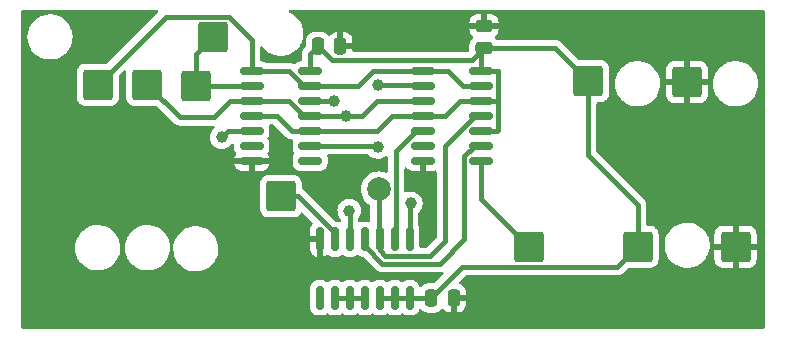
<source format=gbr>
%TF.GenerationSoftware,KiCad,Pcbnew,(6.0.7-1)-1*%
%TF.CreationDate,2022-11-06T10:24:33+01:00*%
%TF.ProjectId,bytesync,62797465-7379-46e6-932e-6b696361645f,rev?*%
%TF.SameCoordinates,PX6052340PY68e7780*%
%TF.FileFunction,Copper,L1,Top*%
%TF.FilePolarity,Positive*%
%FSLAX46Y46*%
G04 Gerber Fmt 4.6, Leading zero omitted, Abs format (unit mm)*
G04 Created by KiCad (PCBNEW (6.0.7-1)-1) date 2022-11-06 10:24:33*
%MOMM*%
%LPD*%
G01*
G04 APERTURE LIST*
G04 Aperture macros list*
%AMRoundRect*
0 Rectangle with rounded corners*
0 $1 Rounding radius*
0 $2 $3 $4 $5 $6 $7 $8 $9 X,Y pos of 4 corners*
0 Add a 4 corners polygon primitive as box body*
4,1,4,$2,$3,$4,$5,$6,$7,$8,$9,$2,$3,0*
0 Add four circle primitives for the rounded corners*
1,1,$1+$1,$2,$3*
1,1,$1+$1,$4,$5*
1,1,$1+$1,$6,$7*
1,1,$1+$1,$8,$9*
0 Add four rect primitives between the rounded corners*
20,1,$1+$1,$2,$3,$4,$5,0*
20,1,$1+$1,$4,$5,$6,$7,0*
20,1,$1+$1,$6,$7,$8,$9,0*
20,1,$1+$1,$8,$9,$2,$3,0*%
G04 Aperture macros list end*
%TA.AperFunction,ComponentPad*%
%ADD10RoundRect,0.249999X1.025001X1.025001X-1.025001X1.025001X-1.025001X-1.025001X1.025001X-1.025001X0*%
%TD*%
%TA.AperFunction,ComponentPad*%
%ADD11RoundRect,0.249999X-1.025001X-1.025001X1.025001X-1.025001X1.025001X1.025001X-1.025001X1.025001X0*%
%TD*%
%TA.AperFunction,SMDPad,CuDef*%
%ADD12RoundRect,0.150000X-0.825000X-0.150000X0.825000X-0.150000X0.825000X0.150000X-0.825000X0.150000X0*%
%TD*%
%TA.AperFunction,SMDPad,CuDef*%
%ADD13C,2.000000*%
%TD*%
%TA.AperFunction,SMDPad,CuDef*%
%ADD14RoundRect,0.250000X-0.250000X-0.475000X0.250000X-0.475000X0.250000X0.475000X-0.250000X0.475000X0*%
%TD*%
%TA.AperFunction,SMDPad,CuDef*%
%ADD15RoundRect,0.250000X0.475000X-0.250000X0.475000X0.250000X-0.475000X0.250000X-0.475000X-0.250000X0*%
%TD*%
%TA.AperFunction,ComponentPad*%
%ADD16RoundRect,0.249999X-1.025001X1.025001X-1.025001X-1.025001X1.025001X-1.025001X1.025001X1.025001X0*%
%TD*%
%TA.AperFunction,SMDPad,CuDef*%
%ADD17RoundRect,0.150000X-0.150000X0.825000X-0.150000X-0.825000X0.150000X-0.825000X0.150000X0.825000X0*%
%TD*%
%TA.AperFunction,ViaPad*%
%ADD18C,1.000000*%
%TD*%
%TA.AperFunction,Conductor*%
%ADD19C,0.400000*%
%TD*%
G04 APERTURE END LIST*
D10*
%TO.P,J4,1,Pin_1*%
%TO.N,VCC*%
X52700000Y7440000D03*
%TD*%
D11*
%TO.P,J3,1,Pin_1*%
%TO.N,/FRAME*%
X7000000Y21160000D03*
%TD*%
D12*
%TO.P,U1,1,~{R}*%
%TO.N,/FRAME*%
X20025000Y22310000D03*
%TO.P,U1,2,D*%
%TO.N,/MOSI*%
X20025000Y21040000D03*
%TO.P,U1,3,C*%
%TO.N,/SCK*%
X20025000Y19770000D03*
%TO.P,U1,4,~{S}*%
%TO.N,VCC*%
X20025000Y18500000D03*
%TO.P,U1,5,Q*%
%TO.N,Net-(U1-Pad12)*%
X20025000Y17230000D03*
%TO.P,U1,6,~{Q}*%
%TO.N,unconnected-(U1-Pad6)*%
X20025000Y15960000D03*
%TO.P,U1,7,GND*%
%TO.N,GND*%
X20025000Y14690000D03*
%TO.P,U1,8,~{Q}*%
%TO.N,unconnected-(U1-Pad8)*%
X24975000Y14690000D03*
%TO.P,U1,9,Q*%
%TO.N,Net-(U1-Pad9)*%
X24975000Y15960000D03*
%TO.P,U1,10,~{S}*%
%TO.N,VCC*%
X24975000Y17230000D03*
%TO.P,U1,11,C*%
%TO.N,/SCK*%
X24975000Y18500000D03*
%TO.P,U1,12,D*%
%TO.N,Net-(U1-Pad12)*%
X24975000Y19770000D03*
%TO.P,U1,13,~{R}*%
%TO.N,/FRAME*%
X24975000Y21040000D03*
%TO.P,U1,14,VCC*%
%TO.N,VCC*%
X24975000Y22310000D03*
%TD*%
D11*
%TO.P,J1,1,Pin_1*%
%TO.N,/MOSI*%
X15300000Y21060000D03*
%TD*%
D13*
%TO.P,TP1,1,1*%
%TO.N,Net-(TP1-Pad1)*%
X30800000Y12300000D03*
%TD*%
D14*
%TO.P,C1,1*%
%TO.N,VCC*%
X25650000Y24400000D03*
%TO.P,C1,2*%
%TO.N,GND*%
X27550000Y24400000D03*
%TD*%
D12*
%TO.P,U2,1,~{R}*%
%TO.N,/FRAME*%
X34525000Y22310000D03*
%TO.P,U2,2,D*%
%TO.N,Net-(U1-Pad9)*%
X34525000Y21040000D03*
%TO.P,U2,3,C*%
%TO.N,/SCK*%
X34525000Y19770000D03*
%TO.P,U2,4,~{S}*%
%TO.N,VCC*%
X34525000Y18500000D03*
%TO.P,U2,5,Q*%
%TO.N,Net-(U2-Pad5)*%
X34525000Y17230000D03*
%TO.P,U2,6,~{Q}*%
%TO.N,unconnected-(U2-Pad6)*%
X34525000Y15960000D03*
%TO.P,U2,7,GND*%
%TO.N,GND*%
X34525000Y14690000D03*
%TO.P,U2,8,~{Q}*%
%TO.N,/NSS*%
X39475000Y14690000D03*
%TO.P,U2,9,Q*%
%TO.N,Net-(U2-Pad9)*%
X39475000Y15960000D03*
%TO.P,U2,10,~{S}*%
%TO.N,VCC*%
X39475000Y17230000D03*
%TO.P,U2,11,C*%
%TO.N,Net-(TP1-Pad1)*%
X39475000Y18500000D03*
%TO.P,U2,12,D*%
%TO.N,VCC*%
X39475000Y19770000D03*
%TO.P,U2,13,~{R}*%
%TO.N,/FRAME*%
X39475000Y21040000D03*
%TO.P,U2,14,VCC*%
%TO.N,VCC*%
X39475000Y22310000D03*
%TD*%
D11*
%TO.P,J6,1,Pin_1*%
%TO.N,GND*%
X56900000Y21360000D03*
%TD*%
D14*
%TO.P,C2,1*%
%TO.N,VCC*%
X35250000Y3100000D03*
%TO.P,C2,2*%
%TO.N,GND*%
X37150000Y3100000D03*
%TD*%
D10*
%TO.P,J7,1,Pin_1*%
%TO.N,GND*%
X61000000Y7440000D03*
%TD*%
D11*
%TO.P,J5,1,Pin_1*%
%TO.N,VCC*%
X48500000Y21460000D03*
%TD*%
D15*
%TO.P,C3,1*%
%TO.N,VCC*%
X39700000Y24250000D03*
%TO.P,C3,2*%
%TO.N,GND*%
X39700000Y26150000D03*
%TD*%
D10*
%TO.P,J9,1,Pin_1*%
%TO.N,/NSS*%
X43500000Y7440000D03*
%TD*%
D11*
%TO.P,J2,1,Pin_1*%
%TO.N,/SCK*%
X11200000Y21160000D03*
%TD*%
D16*
%TO.P,J8,1,Pin_1*%
%TO.N,/MOSI*%
X16760000Y25200000D03*
%TD*%
D17*
%TO.P,U3,14,VCC*%
%TO.N,VCC*%
X33410000Y3125000D03*
%TO.P,U3,13*%
X32140000Y3125000D03*
%TO.P,U3,12*%
X30870000Y3125000D03*
%TO.P,U3,11*%
%TO.N,Net-(U3-Pad10)*%
X29600000Y3125000D03*
%TO.P,U3,10*%
X28330000Y3125000D03*
%TO.P,U3,9*%
X27060000Y3125000D03*
%TO.P,U3,8*%
%TO.N,unconnected-(U3-Pad8)*%
X25790000Y3125000D03*
%TO.P,U3,7,GND*%
%TO.N,GND*%
X25790000Y8075000D03*
%TO.P,U3,6*%
%TO.N,/SCK_OUT*%
X27060000Y8075000D03*
%TO.P,U3,5*%
%TO.N,/SCK*%
X28330000Y8075000D03*
%TO.P,U3,4*%
%TO.N,Net-(U2-Pad9)*%
X29600000Y8075000D03*
%TO.P,U3,3*%
%TO.N,Net-(TP1-Pad1)*%
X30870000Y8075000D03*
%TO.P,U3,2*%
%TO.N,Net-(U2-Pad5)*%
X32140000Y8075000D03*
%TO.P,U3,1*%
%TO.N,Net-(U1-Pad9)*%
X33410000Y8075000D03*
%TD*%
D11*
%TO.P,J10,1,Pin_1*%
%TO.N,/SCK_OUT*%
X22500000Y11700000D03*
%TD*%
D18*
%TO.N,GND*%
X39800000Y3100000D03*
X34900000Y12200000D03*
%TO.N,Net-(U1-Pad9)*%
X33500000Y11100000D03*
X30700000Y21100000D03*
X30700000Y15900000D03*
%TO.N,Net-(U1-Pad12)*%
X17500000Y16700000D03*
X27000000Y19800000D03*
%TO.N,/SCK*%
X28300000Y10500000D03*
X28000000Y18500000D03*
%TD*%
D19*
%TO.N,/MOSI*%
X15300000Y21060000D02*
X15300000Y23740000D01*
X15300000Y23740000D02*
X16760000Y25200000D01*
%TO.N,/FRAME*%
X20025000Y22310000D02*
X20025000Y24974950D01*
X18074950Y26925000D02*
X12765000Y26925000D01*
X20025000Y24974950D02*
X18074950Y26925000D01*
X12765000Y26925000D02*
X7000000Y21160000D01*
%TO.N,VCC*%
X39475000Y17230000D02*
X40830000Y17230000D01*
X40830000Y17230000D02*
X40900000Y17300000D01*
X40900000Y17300000D02*
X40900000Y19700000D01*
X40900000Y19700000D02*
X40900000Y22300000D01*
X40890000Y22310000D02*
X39475000Y22310000D01*
X40900000Y22300000D02*
X40890000Y22310000D01*
X39475000Y19770000D02*
X40830000Y19770000D01*
X40830000Y19770000D02*
X40900000Y19700000D01*
%TO.N,GND*%
X34525000Y14690000D02*
X34525000Y12575000D01*
X34525000Y12575000D02*
X34900000Y12200000D01*
X39800000Y3100000D02*
X37150000Y3100000D01*
%TO.N,VCC*%
X35250000Y3100000D02*
X37865000Y5715000D01*
X37865000Y5715000D02*
X50975000Y5715000D01*
X50975000Y5715000D02*
X52700000Y7440000D01*
X39700000Y24250000D02*
X38675000Y23225000D01*
X38675000Y23225000D02*
X26825000Y23225000D01*
X26825000Y23225000D02*
X25650000Y24400000D01*
X48500000Y21460000D02*
X48500000Y15200000D01*
X52700000Y11000000D02*
X52700000Y7440000D01*
X48500000Y15200000D02*
X52700000Y11000000D01*
X39700000Y24250000D02*
X45710000Y24250000D01*
X45710000Y24250000D02*
X48500000Y21460000D01*
%TO.N,Net-(U1-Pad9)*%
X33410000Y8075000D02*
X33410000Y11010000D01*
X33410000Y11010000D02*
X33500000Y11100000D01*
X30640000Y15960000D02*
X30700000Y15900000D01*
X24975000Y15960000D02*
X30640000Y15960000D01*
X34465000Y21100000D02*
X34525000Y21040000D01*
X30700000Y21100000D02*
X34465000Y21100000D01*
%TO.N,Net-(U1-Pad12)*%
X18030000Y17230000D02*
X17500000Y16700000D01*
X20025000Y17230000D02*
X18030000Y17230000D01*
X27000000Y19800000D02*
X25005000Y19800000D01*
X25005000Y19800000D02*
X24975000Y19770000D01*
%TO.N,Net-(U3-Pad10)*%
X28330000Y3125000D02*
X27060000Y3125000D01*
X29600000Y3125000D02*
X28330000Y3125000D01*
%TO.N,VCC*%
X32140000Y3125000D02*
X30870000Y3125000D01*
X33410000Y3125000D02*
X32140000Y3125000D01*
X35250000Y3100000D02*
X33435000Y3100000D01*
X33435000Y3100000D02*
X33410000Y3125000D01*
%TO.N,Net-(TP1-Pad1)*%
X38921472Y18500000D02*
X36400000Y15978528D01*
X36400000Y15978528D02*
X36400000Y7900000D01*
X36400000Y7900000D02*
X35150000Y6650000D01*
X39475000Y18500000D02*
X38921472Y18500000D01*
X35150000Y6650000D02*
X31338534Y6650000D01*
X31338534Y6650000D02*
X30870000Y7118534D01*
X30870000Y7118534D02*
X30870000Y8075000D01*
%TO.N,Net-(U2-Pad9)*%
X38050000Y15088528D02*
X38050000Y8050000D01*
X39475000Y15960000D02*
X38921472Y15960000D01*
X38921472Y15960000D02*
X38050000Y15088528D01*
X29600000Y7470000D02*
X29600000Y8075000D01*
X38050000Y8050000D02*
X36000499Y6000499D01*
X36000499Y6000499D02*
X31069501Y6000499D01*
X31069501Y6000499D02*
X29600000Y7470000D01*
%TO.N,VCC*%
X39475000Y19770000D02*
X37670000Y19770000D01*
X37670000Y19770000D02*
X36400000Y18500000D01*
X36400000Y18500000D02*
X34525000Y18500000D01*
%TO.N,/NSS*%
X39475000Y14690000D02*
X39475000Y11465000D01*
X39475000Y11465000D02*
X43500000Y7440000D01*
%TO.N,Net-(U2-Pad5)*%
X32140000Y8075000D02*
X32250000Y8185000D01*
X32250000Y15508528D02*
X33971472Y17230000D01*
X32250000Y8185000D02*
X32250000Y15508528D01*
X33971472Y17230000D02*
X34525000Y17230000D01*
%TO.N,/SCK*%
X28000000Y18500000D02*
X28300000Y18500000D01*
X28330000Y8075000D02*
X28330000Y10470000D01*
X28330000Y10470000D02*
X28300000Y10500000D01*
X24975000Y18500000D02*
X28000000Y18500000D01*
%TO.N,/SCK_OUT*%
X27060000Y8075000D02*
X27060000Y8628528D01*
X27060000Y8628528D02*
X23988528Y11700000D01*
X23988528Y11700000D02*
X22500000Y11700000D01*
%TO.N,Net-(TP1-Pad1)*%
X30870000Y8075000D02*
X30800000Y8145000D01*
X30800000Y8145000D02*
X30800000Y12300000D01*
%TO.N,VCC*%
X24975000Y17230000D02*
X30630000Y17230000D01*
X31900000Y18500000D02*
X34525000Y18500000D01*
X30630000Y17230000D02*
X31900000Y18500000D01*
X20025000Y18500000D02*
X22200000Y18500000D01*
X22200000Y18500000D02*
X23470000Y17230000D01*
X23470000Y17230000D02*
X24975000Y17230000D01*
%TO.N,/SCK*%
X20025000Y19770000D02*
X18170000Y19770000D01*
X18170000Y19770000D02*
X16800000Y18400000D01*
X16800000Y18400000D02*
X13960000Y18400000D01*
X13960000Y18400000D02*
X11200000Y21160000D01*
%TO.N,/MOSI*%
X15300000Y21060000D02*
X20005000Y21060000D01*
X20005000Y21060000D02*
X20025000Y21040000D01*
%TO.N,/SCK*%
X28300000Y18500000D02*
X29400000Y18500000D01*
X28330000Y18470000D02*
X28300000Y18500000D01*
X30670000Y19770000D02*
X34525000Y19770000D01*
X29400000Y18500000D02*
X30670000Y19770000D01*
X20025000Y19770000D02*
X23151472Y19770000D01*
X24421472Y18500000D02*
X24975000Y18500000D01*
X23151472Y19770000D02*
X24421472Y18500000D01*
%TO.N,VCC*%
X39475000Y22310000D02*
X39475000Y24025000D01*
X39475000Y24025000D02*
X39700000Y24250000D01*
X24975000Y22310000D02*
X24975000Y23725000D01*
X24975000Y23725000D02*
X25650000Y24400000D01*
%TO.N,/FRAME*%
X34525000Y22310000D02*
X36690000Y22310000D01*
X36690000Y22310000D02*
X37960000Y21040000D01*
X37960000Y21040000D02*
X39475000Y21040000D01*
X24975000Y21040000D02*
X29040000Y21040000D01*
X29040000Y21040000D02*
X30310000Y22310000D01*
X30310000Y22310000D02*
X34525000Y22310000D01*
X20025000Y22310000D02*
X23151472Y22310000D01*
X23151472Y22310000D02*
X24421472Y21040000D01*
X24421472Y21040000D02*
X24975000Y21040000D01*
%TD*%
%TA.AperFunction,Conductor*%
%TO.N,GND*%
G36*
X12093461Y27471498D02*
G01*
X12139954Y27417842D01*
X12150058Y27347568D01*
X12120564Y27282988D01*
X12114435Y27276405D01*
X7818435Y22980405D01*
X7756123Y22946379D01*
X7729340Y22943500D01*
X6033993Y22943499D01*
X5924600Y22943499D01*
X5818833Y22932526D01*
X5812286Y22930342D01*
X5812287Y22930342D01*
X5657998Y22878867D01*
X5657996Y22878866D01*
X5651054Y22876550D01*
X5500651Y22783479D01*
X5375694Y22658303D01*
X5371854Y22652073D01*
X5286799Y22514088D01*
X5282885Y22507739D01*
X5257812Y22432146D01*
X5249414Y22406825D01*
X5227203Y22339862D01*
X5226503Y22333026D01*
X5226502Y22333023D01*
X5225931Y22327445D01*
X5216500Y22235401D01*
X5216501Y20084600D01*
X5227474Y19978833D01*
X5229658Y19972287D01*
X5280730Y19819208D01*
X5283450Y19811054D01*
X5376521Y19660651D01*
X5381703Y19655478D01*
X5396169Y19641037D01*
X5501697Y19535694D01*
X5555259Y19502678D01*
X5605763Y19471547D01*
X5652261Y19442885D01*
X5732004Y19416436D01*
X5813610Y19389368D01*
X5813612Y19389368D01*
X5820138Y19387203D01*
X5826974Y19386503D01*
X5826977Y19386502D01*
X5866459Y19382457D01*
X5924599Y19376500D01*
X6991707Y19376500D01*
X8075400Y19376501D01*
X8181167Y19387474D01*
X8253025Y19411448D01*
X8342002Y19441133D01*
X8342004Y19441134D01*
X8348946Y19443450D01*
X8499349Y19536521D01*
X8624306Y19661697D01*
X8717115Y19812261D01*
X8764962Y19956516D01*
X8770632Y19973610D01*
X8770632Y19973612D01*
X8772797Y19980138D01*
X8775113Y20002736D01*
X8781037Y20060564D01*
X8783500Y20084599D01*
X8783499Y21889339D01*
X8803501Y21957460D01*
X8820404Y21978434D01*
X9204658Y22362688D01*
X9266970Y22396714D01*
X9337785Y22391649D01*
X9394621Y22349102D01*
X9419432Y22282582D01*
X9419097Y22260752D01*
X9417626Y22246390D01*
X9416500Y22235401D01*
X9416501Y20084600D01*
X9427474Y19978833D01*
X9429658Y19972287D01*
X9480730Y19819208D01*
X9483450Y19811054D01*
X9576521Y19660651D01*
X9581703Y19655478D01*
X9596169Y19641037D01*
X9701697Y19535694D01*
X9755259Y19502678D01*
X9805763Y19471547D01*
X9852261Y19442885D01*
X9932004Y19416436D01*
X10013610Y19389368D01*
X10013612Y19389368D01*
X10020138Y19387203D01*
X10026974Y19386503D01*
X10026977Y19386502D01*
X10066459Y19382457D01*
X10124599Y19376500D01*
X10232415Y19376500D01*
X11929339Y19376501D01*
X11997460Y19356499D01*
X12018434Y19339596D01*
X13438557Y17919472D01*
X13444411Y17913207D01*
X13482439Y17869615D01*
X13534729Y17832864D01*
X13539971Y17828972D01*
X13590282Y17789524D01*
X13597201Y17786400D01*
X13599493Y17785012D01*
X13614165Y17776643D01*
X13616525Y17775378D01*
X13622739Y17771010D01*
X13629818Y17768250D01*
X13629820Y17768249D01*
X13682275Y17747798D01*
X13688344Y17745247D01*
X13746573Y17718955D01*
X13754046Y17717570D01*
X13756612Y17716766D01*
X13772835Y17712145D01*
X13775427Y17711480D01*
X13782509Y17708718D01*
X13790044Y17707726D01*
X13845861Y17700378D01*
X13852377Y17699346D01*
X13855183Y17698826D01*
X13915186Y17687705D01*
X13922766Y17688142D01*
X13922767Y17688142D01*
X13977380Y17691291D01*
X13984633Y17691500D01*
X16765842Y17691500D01*
X16833963Y17671498D01*
X16880456Y17617842D01*
X16890560Y17547568D01*
X16861066Y17482988D01*
X16844798Y17467307D01*
X16790975Y17424032D01*
X16663846Y17272526D01*
X16660879Y17267128D01*
X16660875Y17267123D01*
X16616197Y17185852D01*
X16568567Y17099213D01*
X16566706Y17093346D01*
X16566705Y17093344D01*
X16527521Y16969820D01*
X16508765Y16910694D01*
X16486719Y16714149D01*
X16487235Y16708005D01*
X16502281Y16528826D01*
X16503268Y16517066D01*
X16508392Y16499197D01*
X16548925Y16357842D01*
X16557783Y16326950D01*
X16560602Y16321465D01*
X16628623Y16189112D01*
X16648187Y16151044D01*
X16771035Y15996047D01*
X16775728Y15992053D01*
X16775729Y15992052D01*
X16804268Y15967764D01*
X16921650Y15867864D01*
X17094294Y15771376D01*
X17282392Y15710260D01*
X17478777Y15686842D01*
X17484912Y15687314D01*
X17484914Y15687314D01*
X17669830Y15701543D01*
X17669834Y15701544D01*
X17675972Y15702016D01*
X17866463Y15755202D01*
X17871967Y15757982D01*
X17871969Y15757983D01*
X18037495Y15841596D01*
X18037497Y15841597D01*
X18042996Y15844375D01*
X18198847Y15966139D01*
X18202873Y15970803D01*
X18320119Y16106634D01*
X18379772Y16145131D01*
X18450768Y16145266D01*
X18510567Y16106997D01*
X18540183Y16042472D01*
X18541500Y16024303D01*
X18541500Y15743498D01*
X18541693Y15741050D01*
X18541693Y15741042D01*
X18543195Y15721963D01*
X18544438Y15706169D01*
X18565734Y15632868D01*
X18585135Y15566089D01*
X18590855Y15546399D01*
X18675547Y15403193D01*
X18678487Y15400253D01*
X18703820Y15335734D01*
X18689921Y15266111D01*
X18677874Y15247364D01*
X18671910Y15239676D01*
X18595352Y15110221D01*
X18589107Y15095790D01*
X18550061Y14961395D01*
X18550101Y14947294D01*
X18557370Y14944000D01*
X21486878Y14944000D01*
X21500409Y14947973D01*
X21501544Y14955871D01*
X21460893Y15095790D01*
X21454648Y15110221D01*
X21378089Y15239677D01*
X21372129Y15247360D01*
X21346180Y15313444D01*
X21360078Y15383067D01*
X21370421Y15399161D01*
X21374453Y15403193D01*
X21459145Y15546399D01*
X21464866Y15566089D01*
X21484266Y15632868D01*
X21505562Y15706169D01*
X21506806Y15721963D01*
X21508307Y15741042D01*
X21508307Y15741050D01*
X21508500Y15743498D01*
X21508500Y16176502D01*
X21505562Y16213831D01*
X21470976Y16332877D01*
X21461357Y16365988D01*
X21461356Y16365990D01*
X21459145Y16373601D01*
X21374453Y16516807D01*
X21371771Y16519489D01*
X21346498Y16583861D01*
X21360400Y16653484D01*
X21370572Y16669312D01*
X21374453Y16673193D01*
X21459145Y16816399D01*
X21505562Y16976169D01*
X21508500Y17013498D01*
X21508500Y17446502D01*
X21505562Y17483831D01*
X21487045Y17547568D01*
X21462996Y17630348D01*
X21463199Y17701344D01*
X21501753Y17760960D01*
X21566418Y17790268D01*
X21583993Y17791500D01*
X21854340Y17791500D01*
X21922461Y17771498D01*
X21943434Y17754596D01*
X22450309Y17247720D01*
X22948557Y16749472D01*
X22954411Y16743207D01*
X22992439Y16699615D01*
X23044729Y16662864D01*
X23049971Y16658972D01*
X23100282Y16619524D01*
X23107201Y16616400D01*
X23109493Y16615012D01*
X23124165Y16606643D01*
X23126525Y16605378D01*
X23132739Y16601010D01*
X23139818Y16598250D01*
X23139820Y16598249D01*
X23192275Y16577798D01*
X23198344Y16575247D01*
X23256573Y16548955D01*
X23264046Y16547570D01*
X23266612Y16546766D01*
X23282835Y16542145D01*
X23285427Y16541480D01*
X23292509Y16538718D01*
X23300044Y16537726D01*
X23355861Y16530378D01*
X23362377Y16529346D01*
X23417711Y16519090D01*
X23417714Y16519090D01*
X23425186Y16517705D01*
X23425934Y16517748D01*
X23489918Y16494507D01*
X23532952Y16438040D01*
X23538625Y16367270D01*
X23536276Y16357842D01*
X23496233Y16220011D01*
X23496232Y16220007D01*
X23494438Y16213831D01*
X23491500Y16176502D01*
X23491500Y15743498D01*
X23491693Y15741050D01*
X23491693Y15741042D01*
X23493195Y15721963D01*
X23494438Y15706169D01*
X23515734Y15632868D01*
X23535135Y15566089D01*
X23540855Y15546399D01*
X23625547Y15403193D01*
X23628229Y15400511D01*
X23653502Y15336139D01*
X23639600Y15266516D01*
X23629428Y15250688D01*
X23625547Y15246807D01*
X23540855Y15103601D01*
X23538644Y15095990D01*
X23538643Y15095988D01*
X23524751Y15048171D01*
X23494438Y14943831D01*
X23493934Y14937426D01*
X23493933Y14937421D01*
X23491738Y14909531D01*
X23491500Y14906502D01*
X23491500Y14473498D01*
X23494438Y14436169D01*
X23499541Y14418605D01*
X23538586Y14284210D01*
X23540855Y14276399D01*
X23544892Y14269573D01*
X23621509Y14140020D01*
X23621511Y14140017D01*
X23625547Y14133193D01*
X23743193Y14015547D01*
X23750017Y14011511D01*
X23750020Y14011509D01*
X23857589Y13947893D01*
X23886399Y13930855D01*
X23894010Y13928644D01*
X23894012Y13928643D01*
X23946231Y13913472D01*
X24046169Y13884438D01*
X24052574Y13883934D01*
X24052579Y13883933D01*
X24081042Y13881693D01*
X24081050Y13881693D01*
X24083498Y13881500D01*
X25866502Y13881500D01*
X25868950Y13881693D01*
X25868958Y13881693D01*
X25897421Y13883933D01*
X25897426Y13883934D01*
X25903831Y13884438D01*
X26003769Y13913472D01*
X26055988Y13928643D01*
X26055990Y13928644D01*
X26063601Y13930855D01*
X26092411Y13947893D01*
X26199980Y14011509D01*
X26199983Y14011511D01*
X26206807Y14015547D01*
X26324453Y14133193D01*
X26328489Y14140017D01*
X26328491Y14140020D01*
X26405108Y14269573D01*
X26409145Y14276399D01*
X26411415Y14284210D01*
X26450459Y14418605D01*
X26455562Y14436169D01*
X26458500Y14473498D01*
X26458500Y14906502D01*
X26458262Y14909531D01*
X26456067Y14937421D01*
X26456066Y14937426D01*
X26455562Y14943831D01*
X26453768Y14950007D01*
X26453767Y14950011D01*
X26412996Y15090348D01*
X26413199Y15161344D01*
X26451753Y15220960D01*
X26516418Y15250268D01*
X26533993Y15251500D01*
X29866173Y15251500D01*
X29934294Y15231498D01*
X29964921Y15203761D01*
X29971035Y15196047D01*
X29975728Y15192053D01*
X29975729Y15192052D01*
X30091910Y15093175D01*
X30121650Y15067864D01*
X30294294Y14971376D01*
X30482392Y14910260D01*
X30678777Y14886842D01*
X30684912Y14887314D01*
X30684914Y14887314D01*
X30869830Y14901543D01*
X30869834Y14901544D01*
X30875972Y14902016D01*
X31066463Y14955202D01*
X31071967Y14957982D01*
X31071969Y14957983D01*
X31237495Y15041596D01*
X31237497Y15041597D01*
X31242996Y15044375D01*
X31337927Y15118543D01*
X31403921Y15144721D01*
X31473592Y15131063D01*
X31524819Y15081907D01*
X31541500Y15019254D01*
X31541500Y13814222D01*
X31521498Y13746101D01*
X31467842Y13699608D01*
X31397568Y13689504D01*
X31367282Y13697813D01*
X31362949Y13699608D01*
X31267594Y13739105D01*
X31187391Y13758360D01*
X31041524Y13793380D01*
X31041518Y13793381D01*
X31036711Y13794535D01*
X30800000Y13813165D01*
X30563289Y13794535D01*
X30558482Y13793381D01*
X30558476Y13793380D01*
X30412609Y13758360D01*
X30332406Y13739105D01*
X30327835Y13737212D01*
X30327833Y13737211D01*
X30117611Y13650135D01*
X30117607Y13650133D01*
X30113037Y13648240D01*
X30108817Y13645654D01*
X29914798Y13526759D01*
X29914792Y13526755D01*
X29910584Y13524176D01*
X29730031Y13369969D01*
X29575824Y13189416D01*
X29573245Y13185208D01*
X29573241Y13185202D01*
X29454346Y12991183D01*
X29451760Y12986963D01*
X29449867Y12982393D01*
X29449865Y12982389D01*
X29405095Y12874303D01*
X29360895Y12767594D01*
X29305465Y12536711D01*
X29286835Y12300000D01*
X29305465Y12063289D01*
X29306619Y12058482D01*
X29306620Y12058476D01*
X29331472Y11954960D01*
X29360895Y11832406D01*
X29362788Y11827835D01*
X29362789Y11827833D01*
X29431978Y11660796D01*
X29451760Y11613037D01*
X29454346Y11608817D01*
X29573241Y11414798D01*
X29573245Y11414792D01*
X29575824Y11410584D01*
X29730031Y11230031D01*
X29910584Y11075824D01*
X29914797Y11073242D01*
X29914807Y11073235D01*
X30031335Y11001826D01*
X30078966Y10949179D01*
X30091500Y10894394D01*
X30091500Y9654329D01*
X30071498Y9586208D01*
X30017842Y9539715D01*
X29947568Y9529611D01*
X29930351Y9533331D01*
X29907350Y9540014D01*
X29860008Y9553768D01*
X29860003Y9553769D01*
X29853831Y9555562D01*
X29847426Y9556066D01*
X29847421Y9556067D01*
X29818958Y9558307D01*
X29818950Y9558307D01*
X29816502Y9558500D01*
X29383498Y9558500D01*
X29381050Y9558307D01*
X29381042Y9558307D01*
X29352579Y9556067D01*
X29352574Y9556066D01*
X29346169Y9555562D01*
X29339993Y9553768D01*
X29339989Y9553767D01*
X29199652Y9512996D01*
X29128656Y9513199D01*
X29069040Y9551753D01*
X29039732Y9616418D01*
X29038500Y9633993D01*
X29038500Y9765219D01*
X29058502Y9833340D01*
X29069114Y9847544D01*
X29128078Y9915855D01*
X29225769Y10087821D01*
X29288197Y10275487D01*
X29312985Y10471705D01*
X29313380Y10500000D01*
X29294080Y10696833D01*
X29291153Y10706530D01*
X29238697Y10880269D01*
X29236916Y10886169D01*
X29144066Y11060796D01*
X29040490Y11187793D01*
X29022960Y11209287D01*
X29022957Y11209290D01*
X29019065Y11214062D01*
X29012724Y11219308D01*
X28871425Y11336201D01*
X28871421Y11336203D01*
X28866675Y11340130D01*
X28692701Y11434198D01*
X28503768Y11492682D01*
X28497643Y11493326D01*
X28497642Y11493326D01*
X28313204Y11512711D01*
X28313202Y11512711D01*
X28307075Y11513355D01*
X28224576Y11505847D01*
X28116251Y11495989D01*
X28116248Y11495988D01*
X28110112Y11495430D01*
X28104206Y11493692D01*
X28104202Y11493691D01*
X27999076Y11462751D01*
X27920381Y11439590D01*
X27914923Y11436737D01*
X27914919Y11436735D01*
X27824147Y11389280D01*
X27745110Y11347960D01*
X27590975Y11224032D01*
X27463846Y11072526D01*
X27460879Y11067128D01*
X27460875Y11067123D01*
X27382095Y10923820D01*
X27368567Y10899213D01*
X27366706Y10893346D01*
X27366705Y10893344D01*
X27359184Y10869635D01*
X27308765Y10710694D01*
X27286719Y10514149D01*
X27287235Y10508005D01*
X27300937Y10344831D01*
X27303268Y10317066D01*
X27313436Y10281607D01*
X27336650Y10200651D01*
X27357783Y10126950D01*
X27448187Y9951044D01*
X27571035Y9796047D01*
X27576769Y9791167D01*
X27577160Y9790834D01*
X27577698Y9790013D01*
X27580009Y9787620D01*
X27579554Y9787181D01*
X27616075Y9731453D01*
X27621500Y9694878D01*
X27621500Y9633993D01*
X27601498Y9565872D01*
X27547842Y9519379D01*
X27477568Y9509275D01*
X27460348Y9512996D01*
X27320011Y9553767D01*
X27320007Y9553768D01*
X27313831Y9555562D01*
X27307426Y9556066D01*
X27307421Y9556067D01*
X27278958Y9558307D01*
X27278950Y9558307D01*
X27276502Y9558500D01*
X27184188Y9558500D01*
X27116067Y9578502D01*
X27095093Y9595405D01*
X24509978Y12180520D01*
X24504124Y12186785D01*
X24503729Y12187238D01*
X24466089Y12230385D01*
X24413808Y12267129D01*
X24408514Y12271061D01*
X24364221Y12305791D01*
X24358246Y12310476D01*
X24351328Y12313600D01*
X24344823Y12317539D01*
X24346508Y12320321D01*
X24303804Y12356993D01*
X24283499Y12425583D01*
X24283499Y12775400D01*
X24272526Y12881167D01*
X24260920Y12915953D01*
X24218867Y13042002D01*
X24218866Y13042004D01*
X24216550Y13048946D01*
X24123479Y13199349D01*
X23998303Y13324306D01*
X23847739Y13417115D01*
X23687264Y13470342D01*
X23686390Y13470632D01*
X23686388Y13470632D01*
X23679862Y13472797D01*
X23673026Y13473497D01*
X23673023Y13473498D01*
X23629970Y13477909D01*
X23575401Y13483500D01*
X22508293Y13483500D01*
X21424600Y13483499D01*
X21318833Y13472526D01*
X21312286Y13470342D01*
X21312287Y13470342D01*
X21157998Y13418867D01*
X21157996Y13418866D01*
X21151054Y13416550D01*
X21000651Y13323479D01*
X20875694Y13198303D01*
X20782885Y13047739D01*
X20727203Y12879862D01*
X20716500Y12775401D01*
X20716501Y10624600D01*
X20727474Y10518833D01*
X20729658Y10512287D01*
X20779682Y10362349D01*
X20783450Y10351054D01*
X20876521Y10200651D01*
X21001697Y10075694D01*
X21152261Y9982885D01*
X21231740Y9956523D01*
X21313610Y9929368D01*
X21313612Y9929368D01*
X21320138Y9927203D01*
X21326974Y9926503D01*
X21326977Y9926502D01*
X21370030Y9922091D01*
X21424599Y9916500D01*
X22491707Y9916500D01*
X23575400Y9916501D01*
X23681167Y9927474D01*
X23840347Y9980581D01*
X23842002Y9981133D01*
X23842004Y9981134D01*
X23848946Y9983450D01*
X23999349Y10076521D01*
X24124306Y10201697D01*
X24178160Y10289064D01*
X24230932Y10336557D01*
X24301004Y10347981D01*
X24366128Y10319707D01*
X24374504Y10312054D01*
X25158908Y9527650D01*
X25192933Y9465338D01*
X25187868Y9394522D01*
X25158907Y9349460D01*
X25121551Y9312104D01*
X25111911Y9299678D01*
X25035352Y9170221D01*
X25029107Y9155790D01*
X24986731Y9009935D01*
X24984430Y8997333D01*
X24982193Y8968916D01*
X24982000Y8963986D01*
X24982000Y8347115D01*
X24986475Y8331876D01*
X24987865Y8330671D01*
X24995548Y8329000D01*
X25918000Y8329000D01*
X25986121Y8308998D01*
X26032614Y8255342D01*
X26044000Y8203000D01*
X26044000Y6613122D01*
X26047973Y6599591D01*
X26055871Y6598456D01*
X26195790Y6639107D01*
X26210221Y6645352D01*
X26339676Y6721910D01*
X26347364Y6727874D01*
X26413449Y6753821D01*
X26483072Y6739920D01*
X26499158Y6729582D01*
X26503193Y6725547D01*
X26646399Y6640855D01*
X26654010Y6638644D01*
X26654012Y6638643D01*
X26694333Y6626929D01*
X26806169Y6594438D01*
X26812574Y6593934D01*
X26812579Y6593933D01*
X26841042Y6591693D01*
X26841050Y6591693D01*
X26843498Y6591500D01*
X27276502Y6591500D01*
X27278950Y6591693D01*
X27278958Y6591693D01*
X27307421Y6593933D01*
X27307426Y6593934D01*
X27313831Y6594438D01*
X27425667Y6626929D01*
X27465988Y6638643D01*
X27465990Y6638644D01*
X27473601Y6640855D01*
X27616807Y6725547D01*
X27619489Y6728229D01*
X27683861Y6753502D01*
X27753484Y6739600D01*
X27769312Y6729428D01*
X27773193Y6725547D01*
X27916399Y6640855D01*
X27924010Y6638644D01*
X27924012Y6638643D01*
X27964333Y6626929D01*
X28076169Y6594438D01*
X28082574Y6593934D01*
X28082579Y6593933D01*
X28111042Y6591693D01*
X28111050Y6591693D01*
X28113498Y6591500D01*
X28546502Y6591500D01*
X28548950Y6591693D01*
X28548958Y6591693D01*
X28577421Y6593933D01*
X28577426Y6593934D01*
X28583831Y6594438D01*
X28695667Y6626929D01*
X28735988Y6638643D01*
X28735990Y6638644D01*
X28743601Y6640855D01*
X28886807Y6725547D01*
X28889489Y6728229D01*
X28953861Y6753502D01*
X29023484Y6739600D01*
X29039312Y6729428D01*
X29043193Y6725547D01*
X29186399Y6640855D01*
X29194010Y6638644D01*
X29194012Y6638643D01*
X29234333Y6626929D01*
X29346169Y6594438D01*
X29352574Y6593934D01*
X29352579Y6593933D01*
X29381042Y6591693D01*
X29381050Y6591693D01*
X29383498Y6591500D01*
X29424340Y6591500D01*
X29492461Y6571498D01*
X29513435Y6554595D01*
X30548058Y5519971D01*
X30553912Y5513706D01*
X30591940Y5470114D01*
X30644230Y5433363D01*
X30649472Y5429471D01*
X30699783Y5390023D01*
X30706702Y5386899D01*
X30708994Y5385511D01*
X30723666Y5377142D01*
X30726026Y5375877D01*
X30732240Y5371509D01*
X30739319Y5368749D01*
X30739321Y5368748D01*
X30746090Y5366109D01*
X30783361Y5351578D01*
X30791776Y5348297D01*
X30797845Y5345746D01*
X30856074Y5319454D01*
X30863547Y5318069D01*
X30866113Y5317265D01*
X30882336Y5312644D01*
X30884928Y5311979D01*
X30892010Y5309217D01*
X30899545Y5308225D01*
X30955362Y5300877D01*
X30961878Y5299845D01*
X31000271Y5292729D01*
X31024687Y5288204D01*
X31032267Y5288641D01*
X31032268Y5288641D01*
X31086881Y5291790D01*
X31094134Y5291999D01*
X35971587Y5291999D01*
X35980157Y5291707D01*
X36030275Y5288290D01*
X36030279Y5288290D01*
X36037851Y5287774D01*
X36045328Y5289079D01*
X36045329Y5289079D01*
X36071807Y5293700D01*
X36100802Y5298761D01*
X36107314Y5299722D01*
X36132370Y5302754D01*
X36202400Y5291081D01*
X36255002Y5243400D01*
X36273475Y5174849D01*
X36251955Y5107193D01*
X36236602Y5088572D01*
X35518435Y4370405D01*
X35456123Y4336379D01*
X35429340Y4333500D01*
X34949600Y4333500D01*
X34946354Y4333163D01*
X34946350Y4333163D01*
X34850692Y4323238D01*
X34850688Y4323237D01*
X34843834Y4322526D01*
X34837298Y4320345D01*
X34837296Y4320345D01*
X34710557Y4278061D01*
X34676054Y4266550D01*
X34525652Y4173478D01*
X34520479Y4168296D01*
X34520474Y4168292D01*
X34409211Y4056834D01*
X34346929Y4022754D01*
X34276109Y4027757D01*
X34219236Y4070254D01*
X34199041Y4110698D01*
X34171357Y4205988D01*
X34171356Y4205990D01*
X34169145Y4213601D01*
X34152107Y4242411D01*
X34088491Y4349980D01*
X34088489Y4349983D01*
X34084453Y4356807D01*
X33966807Y4474453D01*
X33959983Y4478489D01*
X33959980Y4478491D01*
X33830427Y4555108D01*
X33830428Y4555108D01*
X33823601Y4559145D01*
X33815990Y4561356D01*
X33815988Y4561357D01*
X33763769Y4576528D01*
X33663831Y4605562D01*
X33657426Y4606066D01*
X33657421Y4606067D01*
X33628958Y4608307D01*
X33628950Y4608307D01*
X33626502Y4608500D01*
X33193498Y4608500D01*
X33191050Y4608307D01*
X33191042Y4608307D01*
X33162579Y4606067D01*
X33162574Y4606066D01*
X33156169Y4605562D01*
X33056231Y4576528D01*
X33004012Y4561357D01*
X33004010Y4561356D01*
X32996399Y4559145D01*
X32853193Y4474453D01*
X32850511Y4471771D01*
X32786139Y4446498D01*
X32716516Y4460400D01*
X32700688Y4470572D01*
X32696807Y4474453D01*
X32553601Y4559145D01*
X32545990Y4561356D01*
X32545988Y4561357D01*
X32493769Y4576528D01*
X32393831Y4605562D01*
X32387426Y4606066D01*
X32387421Y4606067D01*
X32358958Y4608307D01*
X32358950Y4608307D01*
X32356502Y4608500D01*
X31923498Y4608500D01*
X31921050Y4608307D01*
X31921042Y4608307D01*
X31892579Y4606067D01*
X31892574Y4606066D01*
X31886169Y4605562D01*
X31786231Y4576528D01*
X31734012Y4561357D01*
X31734010Y4561356D01*
X31726399Y4559145D01*
X31583193Y4474453D01*
X31580511Y4471771D01*
X31516139Y4446498D01*
X31446516Y4460400D01*
X31430688Y4470572D01*
X31426807Y4474453D01*
X31283601Y4559145D01*
X31275990Y4561356D01*
X31275988Y4561357D01*
X31223769Y4576528D01*
X31123831Y4605562D01*
X31117426Y4606066D01*
X31117421Y4606067D01*
X31088958Y4608307D01*
X31088950Y4608307D01*
X31086502Y4608500D01*
X30653498Y4608500D01*
X30651050Y4608307D01*
X30651042Y4608307D01*
X30622579Y4606067D01*
X30622574Y4606066D01*
X30616169Y4605562D01*
X30516231Y4576528D01*
X30464012Y4561357D01*
X30464010Y4561356D01*
X30456399Y4559145D01*
X30313193Y4474453D01*
X30310511Y4471771D01*
X30246139Y4446498D01*
X30176516Y4460400D01*
X30160688Y4470572D01*
X30156807Y4474453D01*
X30013601Y4559145D01*
X30005990Y4561356D01*
X30005988Y4561357D01*
X29953769Y4576528D01*
X29853831Y4605562D01*
X29847426Y4606066D01*
X29847421Y4606067D01*
X29818958Y4608307D01*
X29818950Y4608307D01*
X29816502Y4608500D01*
X29383498Y4608500D01*
X29381050Y4608307D01*
X29381042Y4608307D01*
X29352579Y4606067D01*
X29352574Y4606066D01*
X29346169Y4605562D01*
X29246231Y4576528D01*
X29194012Y4561357D01*
X29194010Y4561356D01*
X29186399Y4559145D01*
X29043193Y4474453D01*
X29040511Y4471771D01*
X28976139Y4446498D01*
X28906516Y4460400D01*
X28890688Y4470572D01*
X28886807Y4474453D01*
X28743601Y4559145D01*
X28735990Y4561356D01*
X28735988Y4561357D01*
X28683769Y4576528D01*
X28583831Y4605562D01*
X28577426Y4606066D01*
X28577421Y4606067D01*
X28548958Y4608307D01*
X28548950Y4608307D01*
X28546502Y4608500D01*
X28113498Y4608500D01*
X28111050Y4608307D01*
X28111042Y4608307D01*
X28082579Y4606067D01*
X28082574Y4606066D01*
X28076169Y4605562D01*
X27976231Y4576528D01*
X27924012Y4561357D01*
X27924010Y4561356D01*
X27916399Y4559145D01*
X27773193Y4474453D01*
X27770511Y4471771D01*
X27706139Y4446498D01*
X27636516Y4460400D01*
X27620688Y4470572D01*
X27616807Y4474453D01*
X27473601Y4559145D01*
X27465990Y4561356D01*
X27465988Y4561357D01*
X27413769Y4576528D01*
X27313831Y4605562D01*
X27307426Y4606066D01*
X27307421Y4606067D01*
X27278958Y4608307D01*
X27278950Y4608307D01*
X27276502Y4608500D01*
X26843498Y4608500D01*
X26841050Y4608307D01*
X26841042Y4608307D01*
X26812579Y4606067D01*
X26812574Y4606066D01*
X26806169Y4605562D01*
X26706231Y4576528D01*
X26654012Y4561357D01*
X26654010Y4561356D01*
X26646399Y4559145D01*
X26503193Y4474453D01*
X26500511Y4471771D01*
X26436139Y4446498D01*
X26366516Y4460400D01*
X26350688Y4470572D01*
X26346807Y4474453D01*
X26203601Y4559145D01*
X26195990Y4561356D01*
X26195988Y4561357D01*
X26143769Y4576528D01*
X26043831Y4605562D01*
X26037426Y4606066D01*
X26037421Y4606067D01*
X26008958Y4608307D01*
X26008950Y4608307D01*
X26006502Y4608500D01*
X25573498Y4608500D01*
X25571050Y4608307D01*
X25571042Y4608307D01*
X25542579Y4606067D01*
X25542574Y4606066D01*
X25536169Y4605562D01*
X25436231Y4576528D01*
X25384012Y4561357D01*
X25384010Y4561356D01*
X25376399Y4559145D01*
X25369572Y4555108D01*
X25369573Y4555108D01*
X25240020Y4478491D01*
X25240017Y4478489D01*
X25233193Y4474453D01*
X25115547Y4356807D01*
X25111511Y4349983D01*
X25111509Y4349980D01*
X25047893Y4242411D01*
X25030855Y4213601D01*
X25028644Y4205990D01*
X25028643Y4205988D01*
X25017692Y4168292D01*
X24984438Y4053831D01*
X24983934Y4047426D01*
X24983933Y4047421D01*
X24981992Y4022754D01*
X24981500Y4016502D01*
X24981500Y2233498D01*
X24984438Y2196169D01*
X25030855Y2036399D01*
X25034892Y2029573D01*
X25111509Y1900020D01*
X25111511Y1900017D01*
X25115547Y1893193D01*
X25233193Y1775547D01*
X25240017Y1771511D01*
X25240020Y1771509D01*
X25347589Y1707893D01*
X25376399Y1690855D01*
X25384010Y1688644D01*
X25384012Y1688643D01*
X25436231Y1673472D01*
X25536169Y1644438D01*
X25542574Y1643934D01*
X25542579Y1643933D01*
X25571042Y1641693D01*
X25571050Y1641693D01*
X25573498Y1641500D01*
X26006502Y1641500D01*
X26008950Y1641693D01*
X26008958Y1641693D01*
X26037421Y1643933D01*
X26037426Y1643934D01*
X26043831Y1644438D01*
X26143769Y1673472D01*
X26195988Y1688643D01*
X26195990Y1688644D01*
X26203601Y1690855D01*
X26346807Y1775547D01*
X26349489Y1778229D01*
X26413861Y1803502D01*
X26483484Y1789600D01*
X26499312Y1779428D01*
X26503193Y1775547D01*
X26646399Y1690855D01*
X26654010Y1688644D01*
X26654012Y1688643D01*
X26706231Y1673472D01*
X26806169Y1644438D01*
X26812574Y1643934D01*
X26812579Y1643933D01*
X26841042Y1641693D01*
X26841050Y1641693D01*
X26843498Y1641500D01*
X27276502Y1641500D01*
X27278950Y1641693D01*
X27278958Y1641693D01*
X27307421Y1643933D01*
X27307426Y1643934D01*
X27313831Y1644438D01*
X27413769Y1673472D01*
X27465988Y1688643D01*
X27465990Y1688644D01*
X27473601Y1690855D01*
X27616807Y1775547D01*
X27619489Y1778229D01*
X27683861Y1803502D01*
X27753484Y1789600D01*
X27769312Y1779428D01*
X27773193Y1775547D01*
X27916399Y1690855D01*
X27924010Y1688644D01*
X27924012Y1688643D01*
X27976231Y1673472D01*
X28076169Y1644438D01*
X28082574Y1643934D01*
X28082579Y1643933D01*
X28111042Y1641693D01*
X28111050Y1641693D01*
X28113498Y1641500D01*
X28546502Y1641500D01*
X28548950Y1641693D01*
X28548958Y1641693D01*
X28577421Y1643933D01*
X28577426Y1643934D01*
X28583831Y1644438D01*
X28683769Y1673472D01*
X28735988Y1688643D01*
X28735990Y1688644D01*
X28743601Y1690855D01*
X28886807Y1775547D01*
X28889489Y1778229D01*
X28953861Y1803502D01*
X29023484Y1789600D01*
X29039312Y1779428D01*
X29043193Y1775547D01*
X29186399Y1690855D01*
X29194010Y1688644D01*
X29194012Y1688643D01*
X29246231Y1673472D01*
X29346169Y1644438D01*
X29352574Y1643934D01*
X29352579Y1643933D01*
X29381042Y1641693D01*
X29381050Y1641693D01*
X29383498Y1641500D01*
X29816502Y1641500D01*
X29818950Y1641693D01*
X29818958Y1641693D01*
X29847421Y1643933D01*
X29847426Y1643934D01*
X29853831Y1644438D01*
X29953769Y1673472D01*
X30005988Y1688643D01*
X30005990Y1688644D01*
X30013601Y1690855D01*
X30156807Y1775547D01*
X30159489Y1778229D01*
X30223861Y1803502D01*
X30293484Y1789600D01*
X30309312Y1779428D01*
X30313193Y1775547D01*
X30456399Y1690855D01*
X30464010Y1688644D01*
X30464012Y1688643D01*
X30516231Y1673472D01*
X30616169Y1644438D01*
X30622574Y1643934D01*
X30622579Y1643933D01*
X30651042Y1641693D01*
X30651050Y1641693D01*
X30653498Y1641500D01*
X31086502Y1641500D01*
X31088950Y1641693D01*
X31088958Y1641693D01*
X31117421Y1643933D01*
X31117426Y1643934D01*
X31123831Y1644438D01*
X31223769Y1673472D01*
X31275988Y1688643D01*
X31275990Y1688644D01*
X31283601Y1690855D01*
X31426807Y1775547D01*
X31429489Y1778229D01*
X31493861Y1803502D01*
X31563484Y1789600D01*
X31579312Y1779428D01*
X31583193Y1775547D01*
X31726399Y1690855D01*
X31734010Y1688644D01*
X31734012Y1688643D01*
X31786231Y1673472D01*
X31886169Y1644438D01*
X31892574Y1643934D01*
X31892579Y1643933D01*
X31921042Y1641693D01*
X31921050Y1641693D01*
X31923498Y1641500D01*
X32356502Y1641500D01*
X32358950Y1641693D01*
X32358958Y1641693D01*
X32387421Y1643933D01*
X32387426Y1643934D01*
X32393831Y1644438D01*
X32493769Y1673472D01*
X32545988Y1688643D01*
X32545990Y1688644D01*
X32553601Y1690855D01*
X32696807Y1775547D01*
X32699489Y1778229D01*
X32763861Y1803502D01*
X32833484Y1789600D01*
X32849312Y1779428D01*
X32853193Y1775547D01*
X32996399Y1690855D01*
X33004010Y1688644D01*
X33004012Y1688643D01*
X33056231Y1673472D01*
X33156169Y1644438D01*
X33162574Y1643934D01*
X33162579Y1643933D01*
X33191042Y1641693D01*
X33191050Y1641693D01*
X33193498Y1641500D01*
X33626502Y1641500D01*
X33628950Y1641693D01*
X33628958Y1641693D01*
X33657421Y1643933D01*
X33657426Y1643934D01*
X33663831Y1644438D01*
X33763769Y1673472D01*
X33815988Y1688643D01*
X33815990Y1688644D01*
X33823601Y1690855D01*
X33852411Y1707893D01*
X33959980Y1771509D01*
X33959983Y1771511D01*
X33966807Y1775547D01*
X34084453Y1893193D01*
X34088489Y1900017D01*
X34088491Y1900020D01*
X34165108Y2029573D01*
X34169145Y2036399D01*
X34187949Y2101122D01*
X34226162Y2160958D01*
X34290659Y2190635D01*
X34360961Y2180731D01*
X34400623Y2149751D01*
X34401522Y2150652D01*
X34526697Y2025695D01*
X34532927Y2021855D01*
X34532928Y2021854D01*
X34670288Y1937184D01*
X34677262Y1932885D01*
X34757005Y1906436D01*
X34838611Y1879368D01*
X34838613Y1879368D01*
X34845139Y1877203D01*
X34851975Y1876503D01*
X34851978Y1876502D01*
X34895031Y1872091D01*
X34949600Y1866500D01*
X35550400Y1866500D01*
X35553646Y1866837D01*
X35553650Y1866837D01*
X35649308Y1876762D01*
X35649312Y1876763D01*
X35656166Y1877474D01*
X35662702Y1879655D01*
X35662704Y1879655D01*
X35794806Y1923728D01*
X35823946Y1933450D01*
X35974348Y2026522D01*
X36099305Y2151697D01*
X36102102Y2156235D01*
X36159353Y2196824D01*
X36230276Y2200054D01*
X36291687Y2164428D01*
X36299062Y2155932D01*
X36307098Y2145793D01*
X36421829Y2031261D01*
X36433240Y2022249D01*
X36571243Y1937184D01*
X36584424Y1931037D01*
X36738710Y1879862D01*
X36752086Y1876995D01*
X36846438Y1867328D01*
X36852854Y1867000D01*
X36877885Y1867000D01*
X36893124Y1871475D01*
X36894329Y1872865D01*
X36896000Y1880548D01*
X36896000Y1885116D01*
X37404000Y1885116D01*
X37408475Y1869877D01*
X37409865Y1868672D01*
X37417548Y1867001D01*
X37447095Y1867001D01*
X37453614Y1867338D01*
X37549206Y1877257D01*
X37562600Y1880149D01*
X37716784Y1931588D01*
X37729962Y1937761D01*
X37867807Y2023063D01*
X37879208Y2032099D01*
X37993739Y2146829D01*
X38002751Y2158240D01*
X38087816Y2296243D01*
X38093963Y2309424D01*
X38145138Y2463710D01*
X38148005Y2477086D01*
X38157672Y2571438D01*
X38158000Y2577854D01*
X38158000Y2827885D01*
X38153525Y2843124D01*
X38152135Y2844329D01*
X38144452Y2846000D01*
X37422115Y2846000D01*
X37406876Y2841525D01*
X37405671Y2840135D01*
X37404000Y2832452D01*
X37404000Y1885116D01*
X36896000Y1885116D01*
X36896000Y3228000D01*
X36916002Y3296121D01*
X36969658Y3342614D01*
X37022000Y3354000D01*
X38139884Y3354000D01*
X38155123Y3358475D01*
X38156328Y3359865D01*
X38157999Y3367548D01*
X38157999Y3622095D01*
X38157662Y3628614D01*
X38147743Y3724206D01*
X38144851Y3737600D01*
X38093412Y3891784D01*
X38087239Y3904962D01*
X38001937Y4042807D01*
X37992901Y4054208D01*
X37878171Y4168739D01*
X37866760Y4177751D01*
X37728757Y4262816D01*
X37715576Y4268963D01*
X37688147Y4278061D01*
X37629787Y4318492D01*
X37602551Y4384057D01*
X37615085Y4453938D01*
X37638718Y4486747D01*
X38121567Y4969596D01*
X38183879Y5003621D01*
X38210662Y5006500D01*
X50946088Y5006500D01*
X50954658Y5006208D01*
X51004776Y5002791D01*
X51004780Y5002791D01*
X51012352Y5002275D01*
X51019829Y5003580D01*
X51019830Y5003580D01*
X51046308Y5008201D01*
X51075303Y5013262D01*
X51081821Y5014223D01*
X51145242Y5021898D01*
X51152343Y5024581D01*
X51154952Y5025222D01*
X51171262Y5029685D01*
X51173798Y5030450D01*
X51181284Y5031757D01*
X51239800Y5057444D01*
X51245904Y5059935D01*
X51298548Y5079827D01*
X51298549Y5079828D01*
X51305656Y5082513D01*
X51311919Y5086817D01*
X51314285Y5088054D01*
X51329097Y5096299D01*
X51331351Y5097632D01*
X51338305Y5100685D01*
X51389002Y5139587D01*
X51394332Y5143459D01*
X51440720Y5175339D01*
X51440725Y5175344D01*
X51446981Y5179643D01*
X51488436Y5226171D01*
X51493416Y5231446D01*
X51881565Y5619595D01*
X51943877Y5653621D01*
X51970660Y5656500D01*
X53666007Y5656501D01*
X53775400Y5656501D01*
X53881167Y5667474D01*
X53988361Y5703237D01*
X54042002Y5721133D01*
X54042004Y5721134D01*
X54048946Y5723450D01*
X54199349Y5816521D01*
X54324306Y5941697D01*
X54402250Y6068146D01*
X54413275Y6086031D01*
X54413276Y6086033D01*
X54417115Y6092261D01*
X54472797Y6260138D01*
X54483500Y6364599D01*
X54483499Y7516585D01*
X54986888Y7516585D01*
X55013193Y7240870D01*
X55014278Y7236436D01*
X55014279Y7236430D01*
X55061019Y7045422D01*
X55079024Y6971841D01*
X55080736Y6967615D01*
X55080737Y6967611D01*
X55168578Y6750744D01*
X55183002Y6715132D01*
X55322948Y6476122D01*
X55406828Y6371236D01*
X55473065Y6288411D01*
X55495931Y6259818D01*
X55698327Y6070750D01*
X55925896Y5912880D01*
X56015815Y5868146D01*
X56169784Y5791547D01*
X56169787Y5791546D01*
X56173871Y5789514D01*
X56178210Y5788092D01*
X56178209Y5788092D01*
X56432724Y5704657D01*
X56432730Y5704656D01*
X56437057Y5703237D01*
X56441548Y5702457D01*
X56441549Y5702457D01*
X56706160Y5656513D01*
X56706168Y5656512D01*
X56709941Y5655857D01*
X56713778Y5655666D01*
X56795887Y5651578D01*
X56795895Y5651578D01*
X56797458Y5651500D01*
X56970356Y5651500D01*
X56972624Y5651665D01*
X56972636Y5651665D01*
X57091791Y5660311D01*
X57176241Y5666439D01*
X57349348Y5704657D01*
X57442235Y5725164D01*
X57442239Y5725165D01*
X57446695Y5726149D01*
X57619310Y5791547D01*
X57701426Y5822658D01*
X57701429Y5822659D01*
X57705696Y5824276D01*
X57890265Y5926795D01*
X57943827Y5956546D01*
X57943828Y5956547D01*
X57947820Y5958764D01*
X58113276Y6085036D01*
X58164361Y6124023D01*
X58164362Y6124024D01*
X58167993Y6126795D01*
X58212727Y6172555D01*
X58283630Y6245086D01*
X58361604Y6324849D01*
X58392941Y6367902D01*
X59217000Y6367902D01*
X59217337Y6361387D01*
X59227256Y6265795D01*
X59230150Y6252396D01*
X59281588Y6098215D01*
X59287762Y6085036D01*
X59373063Y5947190D01*
X59382099Y5935791D01*
X59496828Y5821262D01*
X59508239Y5812250D01*
X59646242Y5727184D01*
X59659423Y5721037D01*
X59813709Y5669862D01*
X59827085Y5666995D01*
X59921437Y5657328D01*
X59927853Y5657000D01*
X60727885Y5657000D01*
X60743124Y5661475D01*
X60744329Y5662865D01*
X60746000Y5670548D01*
X60746000Y5675115D01*
X61254000Y5675115D01*
X61258475Y5659876D01*
X61259865Y5658671D01*
X61267548Y5657000D01*
X62072098Y5657000D01*
X62078613Y5657337D01*
X62174205Y5667256D01*
X62187604Y5670150D01*
X62341785Y5721588D01*
X62354964Y5727762D01*
X62492810Y5813063D01*
X62504209Y5822099D01*
X62618738Y5936828D01*
X62627750Y5948239D01*
X62712816Y6086242D01*
X62718963Y6099423D01*
X62770138Y6253709D01*
X62773005Y6267085D01*
X62782672Y6361437D01*
X62783000Y6367853D01*
X62783000Y7167885D01*
X62778525Y7183124D01*
X62777135Y7184329D01*
X62769452Y7186000D01*
X61272115Y7186000D01*
X61256876Y7181525D01*
X61255671Y7180135D01*
X61254000Y7172452D01*
X61254000Y5675115D01*
X60746000Y5675115D01*
X60746000Y7167885D01*
X60741525Y7183124D01*
X60740135Y7184329D01*
X60732452Y7186000D01*
X59235115Y7186000D01*
X59219876Y7181525D01*
X59218671Y7180135D01*
X59217000Y7172452D01*
X59217000Y6367902D01*
X58392941Y6367902D01*
X58481706Y6489853D01*
X58521909Y6545086D01*
X58521911Y6545089D01*
X58524596Y6548778D01*
X58653556Y6793890D01*
X58657035Y6803740D01*
X58744261Y7050744D01*
X58745782Y7055051D01*
X58799341Y7326790D01*
X58803156Y7403415D01*
X58812885Y7598846D01*
X58812885Y7598852D01*
X58813112Y7603415D01*
X58802741Y7712115D01*
X59217000Y7712115D01*
X59221475Y7696876D01*
X59222865Y7695671D01*
X59230548Y7694000D01*
X60727885Y7694000D01*
X60743124Y7698475D01*
X60744329Y7699865D01*
X60746000Y7707548D01*
X60746000Y7712115D01*
X61254000Y7712115D01*
X61258475Y7696876D01*
X61259865Y7695671D01*
X61267548Y7694000D01*
X62764885Y7694000D01*
X62780124Y7698475D01*
X62781329Y7699865D01*
X62783000Y7707548D01*
X62783000Y8512098D01*
X62782663Y8518613D01*
X62772744Y8614205D01*
X62769850Y8627604D01*
X62718412Y8781785D01*
X62712238Y8794964D01*
X62626937Y8932810D01*
X62617901Y8944209D01*
X62503172Y9058738D01*
X62491761Y9067750D01*
X62353758Y9152816D01*
X62340577Y9158963D01*
X62186291Y9210138D01*
X62172915Y9213005D01*
X62078563Y9222672D01*
X62072146Y9223000D01*
X61272115Y9223000D01*
X61256876Y9218525D01*
X61255671Y9217135D01*
X61254000Y9209452D01*
X61254000Y7712115D01*
X60746000Y7712115D01*
X60746000Y9204885D01*
X60741525Y9220124D01*
X60740135Y9221329D01*
X60732452Y9223000D01*
X59927902Y9223000D01*
X59921387Y9222663D01*
X59825795Y9212744D01*
X59812396Y9209850D01*
X59658215Y9158412D01*
X59645036Y9152238D01*
X59507190Y9066937D01*
X59495791Y9057901D01*
X59381262Y8943172D01*
X59372250Y8931761D01*
X59287184Y8793758D01*
X59281037Y8780577D01*
X59229862Y8626291D01*
X59226995Y8612915D01*
X59217328Y8518563D01*
X59217000Y8512146D01*
X59217000Y7712115D01*
X58802741Y7712115D01*
X58786807Y7879130D01*
X58757789Y7997719D01*
X58722061Y8143725D01*
X58720976Y8148159D01*
X58717572Y8156565D01*
X58618711Y8400639D01*
X58618711Y8400640D01*
X58616998Y8404868D01*
X58477052Y8643878D01*
X58304069Y8860182D01*
X58101673Y9049250D01*
X57874104Y9207120D01*
X57692751Y9297342D01*
X57630216Y9328453D01*
X57630213Y9328454D01*
X57626129Y9330486D01*
X57567334Y9349760D01*
X57367276Y9415343D01*
X57367270Y9415344D01*
X57362943Y9416763D01*
X57318653Y9424453D01*
X57093840Y9463487D01*
X57093832Y9463488D01*
X57090059Y9464143D01*
X57066056Y9465338D01*
X57004113Y9468422D01*
X57004105Y9468422D01*
X57002542Y9468500D01*
X56829644Y9468500D01*
X56827376Y9468335D01*
X56827364Y9468335D01*
X56708209Y9459689D01*
X56623759Y9453561D01*
X56491916Y9424453D01*
X56357765Y9394836D01*
X56357761Y9394835D01*
X56353305Y9393851D01*
X56324031Y9382760D01*
X56098574Y9297342D01*
X56098571Y9297341D01*
X56094304Y9295724D01*
X55960368Y9221329D01*
X55856233Y9163487D01*
X55852180Y9161236D01*
X55841749Y9153275D01*
X55652899Y9009149D01*
X55632007Y8993205D01*
X55628814Y8989939D01*
X55628812Y8989937D01*
X55573274Y8933124D01*
X55438396Y8795151D01*
X55366210Y8695977D01*
X55290135Y8591460D01*
X55275404Y8571222D01*
X55146444Y8326110D01*
X55144926Y8321812D01*
X55144924Y8321807D01*
X55061815Y8086463D01*
X55054218Y8064949D01*
X55000659Y7793210D01*
X55000432Y7788653D01*
X55000432Y7788652D01*
X54987636Y7531602D01*
X54986888Y7516585D01*
X54483499Y7516585D01*
X54483499Y8515400D01*
X54472526Y8621167D01*
X54419342Y8780577D01*
X54418867Y8782002D01*
X54418866Y8782004D01*
X54416550Y8788946D01*
X54323479Y8939349D01*
X54304331Y8958464D01*
X54204719Y9057901D01*
X54198303Y9064306D01*
X54111937Y9117543D01*
X54053969Y9153275D01*
X54053967Y9153276D01*
X54047739Y9157115D01*
X53934013Y9194836D01*
X53886390Y9210632D01*
X53886388Y9210632D01*
X53879862Y9212797D01*
X53873026Y9213497D01*
X53873023Y9213498D01*
X53829970Y9217909D01*
X53775401Y9223500D01*
X53534500Y9223500D01*
X53466379Y9243502D01*
X53419886Y9297158D01*
X53408500Y9349500D01*
X53408500Y10971088D01*
X53408792Y10979658D01*
X53412209Y11029776D01*
X53412209Y11029780D01*
X53412725Y11037352D01*
X53401738Y11100303D01*
X53400776Y11106825D01*
X53394014Y11162702D01*
X53393102Y11170242D01*
X53390419Y11177343D01*
X53389778Y11179952D01*
X53385315Y11196262D01*
X53384550Y11198798D01*
X53383243Y11206284D01*
X53357556Y11264800D01*
X53355065Y11270904D01*
X53345268Y11296833D01*
X53332487Y11330656D01*
X53328183Y11336919D01*
X53326946Y11339285D01*
X53318701Y11354097D01*
X53317368Y11356351D01*
X53314315Y11363305D01*
X53275413Y11414002D01*
X53271541Y11419332D01*
X53239661Y11465720D01*
X53239656Y11465725D01*
X53235357Y11471981D01*
X53209039Y11495430D01*
X53188830Y11513435D01*
X53183554Y11518416D01*
X49245405Y15456565D01*
X49211379Y15518877D01*
X49208500Y15545660D01*
X49208500Y19550501D01*
X49228502Y19618622D01*
X49282158Y19665115D01*
X49334500Y19676501D01*
X49575400Y19676501D01*
X49681167Y19687474D01*
X49755462Y19712261D01*
X49842002Y19741133D01*
X49842004Y19741134D01*
X49848946Y19743450D01*
X49999349Y19836521D01*
X50019621Y19856828D01*
X50119134Y19956516D01*
X50124306Y19961697D01*
X50217115Y20112261D01*
X50254537Y20225086D01*
X50270632Y20273610D01*
X50270632Y20273612D01*
X50272797Y20280138D01*
X50273588Y20287853D01*
X50278060Y20331500D01*
X50283500Y20384599D01*
X50283500Y21196585D01*
X50786888Y21196585D01*
X50813193Y20920870D01*
X50814278Y20916436D01*
X50814279Y20916430D01*
X50860645Y20726950D01*
X50879024Y20651841D01*
X50880736Y20647615D01*
X50880737Y20647611D01*
X50970627Y20425685D01*
X50983002Y20395132D01*
X51122948Y20156122D01*
X51182704Y20081401D01*
X51273452Y19967927D01*
X51295931Y19939818D01*
X51498327Y19750750D01*
X51725896Y19592880D01*
X51788576Y19561697D01*
X51969784Y19471547D01*
X51969787Y19471546D01*
X51973871Y19469514D01*
X51978210Y19468092D01*
X51978209Y19468092D01*
X52232724Y19384657D01*
X52232730Y19384656D01*
X52237057Y19383237D01*
X52241548Y19382457D01*
X52241549Y19382457D01*
X52506160Y19336513D01*
X52506168Y19336512D01*
X52509941Y19335857D01*
X52513778Y19335666D01*
X52595887Y19331578D01*
X52595895Y19331578D01*
X52597458Y19331500D01*
X52770356Y19331500D01*
X52772624Y19331665D01*
X52772636Y19331665D01*
X52891791Y19340311D01*
X52976241Y19346439D01*
X53157705Y19386502D01*
X53242235Y19405164D01*
X53242239Y19405165D01*
X53246695Y19406149D01*
X53419310Y19471547D01*
X53501426Y19502658D01*
X53501429Y19502659D01*
X53505696Y19504276D01*
X53747820Y19638764D01*
X53954473Y19796477D01*
X53964361Y19804023D01*
X53964362Y19804024D01*
X53967993Y19806795D01*
X53972157Y19811054D01*
X54101518Y19943384D01*
X54161604Y20004849D01*
X54324596Y20228778D01*
X54355703Y20287902D01*
X55117000Y20287902D01*
X55117337Y20281387D01*
X55127256Y20185795D01*
X55130150Y20172396D01*
X55181588Y20018215D01*
X55187762Y20005036D01*
X55273063Y19867190D01*
X55282099Y19855791D01*
X55396828Y19741262D01*
X55408239Y19732250D01*
X55546242Y19647184D01*
X55559423Y19641037D01*
X55713709Y19589862D01*
X55727085Y19586995D01*
X55821437Y19577328D01*
X55827853Y19577000D01*
X56627885Y19577000D01*
X56643124Y19581475D01*
X56644329Y19582865D01*
X56646000Y19590548D01*
X56646000Y19595115D01*
X57154000Y19595115D01*
X57158475Y19579876D01*
X57159865Y19578671D01*
X57167548Y19577000D01*
X57972098Y19577000D01*
X57978613Y19577337D01*
X58074205Y19587256D01*
X58087604Y19590150D01*
X58241785Y19641588D01*
X58254964Y19647762D01*
X58392810Y19733063D01*
X58404209Y19742099D01*
X58518738Y19856828D01*
X58527750Y19868239D01*
X58612816Y20006242D01*
X58618963Y20019423D01*
X58670138Y20173709D01*
X58673005Y20187085D01*
X58682672Y20281437D01*
X58683000Y20287853D01*
X58683000Y21087885D01*
X58678525Y21103124D01*
X58677135Y21104329D01*
X58669452Y21106000D01*
X57172115Y21106000D01*
X57156876Y21101525D01*
X57155671Y21100135D01*
X57154000Y21092452D01*
X57154000Y19595115D01*
X56646000Y19595115D01*
X56646000Y21087885D01*
X56641525Y21103124D01*
X56640135Y21104329D01*
X56632452Y21106000D01*
X55135115Y21106000D01*
X55119876Y21101525D01*
X55118671Y21100135D01*
X55117000Y21092452D01*
X55117000Y20287902D01*
X54355703Y20287902D01*
X54453556Y20473890D01*
X54456371Y20481859D01*
X54544261Y20730744D01*
X54545782Y20735051D01*
X54599341Y21006790D01*
X54603378Y21087885D01*
X54608790Y21196585D01*
X59086888Y21196585D01*
X59113193Y20920870D01*
X59114278Y20916436D01*
X59114279Y20916430D01*
X59160645Y20726950D01*
X59179024Y20651841D01*
X59180736Y20647615D01*
X59180737Y20647611D01*
X59270627Y20425685D01*
X59283002Y20395132D01*
X59422948Y20156122D01*
X59482704Y20081401D01*
X59573452Y19967927D01*
X59595931Y19939818D01*
X59798327Y19750750D01*
X60025896Y19592880D01*
X60088576Y19561697D01*
X60269784Y19471547D01*
X60269787Y19471546D01*
X60273871Y19469514D01*
X60278210Y19468092D01*
X60278209Y19468092D01*
X60532724Y19384657D01*
X60532730Y19384656D01*
X60537057Y19383237D01*
X60541548Y19382457D01*
X60541549Y19382457D01*
X60806160Y19336513D01*
X60806168Y19336512D01*
X60809941Y19335857D01*
X60813778Y19335666D01*
X60895887Y19331578D01*
X60895895Y19331578D01*
X60897458Y19331500D01*
X61070356Y19331500D01*
X61072624Y19331665D01*
X61072636Y19331665D01*
X61191791Y19340311D01*
X61276241Y19346439D01*
X61457705Y19386502D01*
X61542235Y19405164D01*
X61542239Y19405165D01*
X61546695Y19406149D01*
X61719310Y19471547D01*
X61801426Y19502658D01*
X61801429Y19502659D01*
X61805696Y19504276D01*
X62047820Y19638764D01*
X62254473Y19796477D01*
X62264361Y19804023D01*
X62264362Y19804024D01*
X62267993Y19806795D01*
X62272157Y19811054D01*
X62401518Y19943384D01*
X62461604Y20004849D01*
X62624596Y20228778D01*
X62753556Y20473890D01*
X62756371Y20481859D01*
X62844261Y20730744D01*
X62845782Y20735051D01*
X62899341Y21006790D01*
X62903378Y21087885D01*
X62912885Y21278846D01*
X62912885Y21278852D01*
X62913112Y21283415D01*
X62886807Y21559130D01*
X62883913Y21570960D01*
X62822061Y21823725D01*
X62820976Y21828159D01*
X62808624Y21858656D01*
X62718711Y22080639D01*
X62718711Y22080640D01*
X62716998Y22084868D01*
X62599579Y22285404D01*
X62579362Y22319933D01*
X62579361Y22319934D01*
X62577052Y22323878D01*
X62424937Y22514088D01*
X62406921Y22536616D01*
X62406920Y22536618D01*
X62404069Y22540182D01*
X62201673Y22729250D01*
X61974104Y22887120D01*
X61828918Y22959349D01*
X61730216Y23008453D01*
X61730213Y23008454D01*
X61726129Y23010486D01*
X61648159Y23036046D01*
X61467276Y23095343D01*
X61467270Y23095344D01*
X61462943Y23096763D01*
X61458451Y23097543D01*
X61193840Y23143487D01*
X61193832Y23143488D01*
X61190059Y23144143D01*
X61177996Y23144744D01*
X61104113Y23148422D01*
X61104105Y23148422D01*
X61102542Y23148500D01*
X60929644Y23148500D01*
X60927376Y23148335D01*
X60927364Y23148335D01*
X60814208Y23140124D01*
X60723759Y23133561D01*
X60634103Y23113767D01*
X60457765Y23074836D01*
X60457761Y23074835D01*
X60453305Y23073851D01*
X60353521Y23036046D01*
X60198574Y22977342D01*
X60198571Y22977341D01*
X60194304Y22975724D01*
X60118283Y22933498D01*
X59967730Y22849873D01*
X59952180Y22841236D01*
X59732007Y22673205D01*
X59728814Y22669939D01*
X59728812Y22669937D01*
X59688983Y22629194D01*
X59538396Y22475151D01*
X59486270Y22403537D01*
X59382341Y22260752D01*
X59375404Y22251222D01*
X59246444Y22006110D01*
X59244926Y22001812D01*
X59244924Y22001807D01*
X59194372Y21858656D01*
X59154218Y21744949D01*
X59100659Y21473210D01*
X59100432Y21468653D01*
X59100432Y21468652D01*
X59089748Y21254032D01*
X59086888Y21196585D01*
X54608790Y21196585D01*
X54612885Y21278846D01*
X54612885Y21278852D01*
X54613112Y21283415D01*
X54586807Y21559130D01*
X54583913Y21570960D01*
X54568948Y21632115D01*
X55117000Y21632115D01*
X55121475Y21616876D01*
X55122865Y21615671D01*
X55130548Y21614000D01*
X56627885Y21614000D01*
X56643124Y21618475D01*
X56644329Y21619865D01*
X56646000Y21627548D01*
X56646000Y21632115D01*
X57154000Y21632115D01*
X57158475Y21616876D01*
X57159865Y21615671D01*
X57167548Y21614000D01*
X58664885Y21614000D01*
X58680124Y21618475D01*
X58681329Y21619865D01*
X58683000Y21627548D01*
X58683000Y22432098D01*
X58682663Y22438613D01*
X58672744Y22534205D01*
X58669850Y22547604D01*
X58618412Y22701785D01*
X58612238Y22714964D01*
X58526937Y22852810D01*
X58517901Y22864209D01*
X58403172Y22978738D01*
X58391761Y22987750D01*
X58253758Y23072816D01*
X58240577Y23078963D01*
X58086291Y23130138D01*
X58072915Y23133005D01*
X57978563Y23142672D01*
X57972146Y23143000D01*
X57172115Y23143000D01*
X57156876Y23138525D01*
X57155671Y23137135D01*
X57154000Y23129452D01*
X57154000Y21632115D01*
X56646000Y21632115D01*
X56646000Y23124885D01*
X56641525Y23140124D01*
X56640135Y23141329D01*
X56632452Y23143000D01*
X55827902Y23143000D01*
X55821387Y23142663D01*
X55725795Y23132744D01*
X55712396Y23129850D01*
X55558215Y23078412D01*
X55545036Y23072238D01*
X55407190Y22986937D01*
X55395791Y22977901D01*
X55281262Y22863172D01*
X55272250Y22851761D01*
X55187184Y22713758D01*
X55181037Y22700577D01*
X55129862Y22546291D01*
X55126995Y22532915D01*
X55117328Y22438563D01*
X55117000Y22432146D01*
X55117000Y21632115D01*
X54568948Y21632115D01*
X54522061Y21823725D01*
X54520976Y21828159D01*
X54508624Y21858656D01*
X54418711Y22080639D01*
X54418711Y22080640D01*
X54416998Y22084868D01*
X54299579Y22285404D01*
X54279362Y22319933D01*
X54279361Y22319934D01*
X54277052Y22323878D01*
X54124937Y22514088D01*
X54106921Y22536616D01*
X54106920Y22536618D01*
X54104069Y22540182D01*
X53901673Y22729250D01*
X53674104Y22887120D01*
X53528918Y22959349D01*
X53430216Y23008453D01*
X53430213Y23008454D01*
X53426129Y23010486D01*
X53348159Y23036046D01*
X53167276Y23095343D01*
X53167270Y23095344D01*
X53162943Y23096763D01*
X53158451Y23097543D01*
X52893840Y23143487D01*
X52893832Y23143488D01*
X52890059Y23144143D01*
X52877996Y23144744D01*
X52804113Y23148422D01*
X52804105Y23148422D01*
X52802542Y23148500D01*
X52629644Y23148500D01*
X52627376Y23148335D01*
X52627364Y23148335D01*
X52514208Y23140124D01*
X52423759Y23133561D01*
X52334103Y23113767D01*
X52157765Y23074836D01*
X52157761Y23074835D01*
X52153305Y23073851D01*
X52053521Y23036046D01*
X51898574Y22977342D01*
X51898571Y22977341D01*
X51894304Y22975724D01*
X51818283Y22933498D01*
X51667730Y22849873D01*
X51652180Y22841236D01*
X51432007Y22673205D01*
X51428814Y22669939D01*
X51428812Y22669937D01*
X51388983Y22629194D01*
X51238396Y22475151D01*
X51186270Y22403537D01*
X51082341Y22260752D01*
X51075404Y22251222D01*
X50946444Y22006110D01*
X50944926Y22001812D01*
X50944924Y22001807D01*
X50894372Y21858656D01*
X50854218Y21744949D01*
X50800659Y21473210D01*
X50800432Y21468653D01*
X50800432Y21468652D01*
X50789748Y21254032D01*
X50786888Y21196585D01*
X50283500Y21196585D01*
X50283499Y22535400D01*
X50272526Y22641167D01*
X50253453Y22698334D01*
X50218867Y22802002D01*
X50218866Y22802004D01*
X50216550Y22808946D01*
X50123479Y22959349D01*
X50105455Y22977342D01*
X50003484Y23079134D01*
X49998303Y23084306D01*
X49912599Y23137135D01*
X49853969Y23173275D01*
X49853967Y23173276D01*
X49847739Y23177115D01*
X49767996Y23203564D01*
X49686390Y23230632D01*
X49686388Y23230632D01*
X49679862Y23232797D01*
X49673026Y23233497D01*
X49673023Y23233498D01*
X49629970Y23237909D01*
X49575401Y23243500D01*
X49467585Y23243500D01*
X47770661Y23243499D01*
X47702540Y23263501D01*
X47681566Y23280404D01*
X46231450Y24730520D01*
X46225596Y24736785D01*
X46224368Y24738193D01*
X46187561Y24780385D01*
X46135280Y24817129D01*
X46129986Y24821061D01*
X46085693Y24855791D01*
X46079718Y24860476D01*
X46072802Y24863599D01*
X46070516Y24864983D01*
X46055835Y24873357D01*
X46053475Y24874622D01*
X46047261Y24878990D01*
X46040182Y24881750D01*
X46040180Y24881751D01*
X45987725Y24902202D01*
X45981656Y24904753D01*
X45923427Y24931045D01*
X45915960Y24932429D01*
X45913405Y24933230D01*
X45897152Y24937859D01*
X45894572Y24938522D01*
X45887491Y24941282D01*
X45879960Y24942273D01*
X45879958Y24942274D01*
X45850339Y24946173D01*
X45824139Y24949622D01*
X45817641Y24950652D01*
X45754814Y24962296D01*
X45747234Y24961859D01*
X45747233Y24961859D01*
X45692608Y24958709D01*
X45685354Y24958500D01*
X40841480Y24958500D01*
X40773359Y24978502D01*
X40752462Y24995327D01*
X40710116Y25037600D01*
X40648303Y25099305D01*
X40643765Y25102102D01*
X40603176Y25159353D01*
X40599946Y25230276D01*
X40635572Y25291687D01*
X40644068Y25299062D01*
X40654207Y25307098D01*
X40768739Y25421829D01*
X40777751Y25433240D01*
X40862816Y25571243D01*
X40868963Y25584424D01*
X40920138Y25738710D01*
X40923005Y25752086D01*
X40932672Y25846438D01*
X40933000Y25852854D01*
X40933000Y25877885D01*
X40928525Y25893124D01*
X40927135Y25894329D01*
X40919452Y25896000D01*
X38485116Y25896000D01*
X38469877Y25891525D01*
X38468672Y25890135D01*
X38467001Y25882452D01*
X38467001Y25852905D01*
X38467338Y25846386D01*
X38477257Y25750794D01*
X38480149Y25737400D01*
X38531588Y25583216D01*
X38537761Y25570038D01*
X38623063Y25432193D01*
X38632099Y25420792D01*
X38746828Y25306262D01*
X38755762Y25299206D01*
X38796823Y25241288D01*
X38800053Y25170365D01*
X38764426Y25108954D01*
X38756593Y25102154D01*
X38750652Y25098478D01*
X38625695Y24973303D01*
X38621855Y24967073D01*
X38621854Y24967072D01*
X38581868Y24902202D01*
X38532885Y24822738D01*
X38530581Y24815791D01*
X38498273Y24718384D01*
X38477203Y24654861D01*
X38476503Y24648025D01*
X38476502Y24648022D01*
X38472795Y24611841D01*
X38466500Y24550400D01*
X38466500Y24070660D01*
X38446498Y24002539D01*
X38429595Y23981565D01*
X38418435Y23970405D01*
X38356123Y23936379D01*
X38329340Y23933500D01*
X28684000Y23933500D01*
X28615879Y23953502D01*
X28569386Y24007158D01*
X28558000Y24059500D01*
X28558000Y24127885D01*
X28553525Y24143124D01*
X28552135Y24144329D01*
X28544452Y24146000D01*
X27422000Y24146000D01*
X27353879Y24166002D01*
X27307386Y24219658D01*
X27296000Y24272000D01*
X27296000Y24672115D01*
X27804000Y24672115D01*
X27808475Y24656876D01*
X27809865Y24655671D01*
X27817548Y24654000D01*
X28539884Y24654000D01*
X28555123Y24658475D01*
X28556328Y24659865D01*
X28557999Y24667548D01*
X28557999Y24922095D01*
X28557662Y24928614D01*
X28547743Y25024206D01*
X28544851Y25037600D01*
X28493412Y25191784D01*
X28487239Y25204962D01*
X28401937Y25342807D01*
X28392901Y25354208D01*
X28278171Y25468739D01*
X28266760Y25477751D01*
X28128757Y25562816D01*
X28115576Y25568963D01*
X27961290Y25620138D01*
X27947914Y25623005D01*
X27853562Y25632672D01*
X27847145Y25633000D01*
X27822115Y25633000D01*
X27806876Y25628525D01*
X27805671Y25627135D01*
X27804000Y25619452D01*
X27804000Y24672115D01*
X27296000Y24672115D01*
X27296000Y25614884D01*
X27291525Y25630123D01*
X27290135Y25631328D01*
X27282452Y25632999D01*
X27252905Y25632999D01*
X27246386Y25632662D01*
X27150794Y25622743D01*
X27137400Y25619851D01*
X26983216Y25568412D01*
X26970038Y25562239D01*
X26832193Y25476937D01*
X26820792Y25467901D01*
X26706262Y25353172D01*
X26699206Y25344238D01*
X26641288Y25303177D01*
X26570365Y25299947D01*
X26508954Y25335574D01*
X26502154Y25343407D01*
X26498478Y25349348D01*
X26373303Y25474305D01*
X26346550Y25490796D01*
X26228968Y25563275D01*
X26228966Y25563276D01*
X26222738Y25567115D01*
X26142995Y25593564D01*
X26061389Y25620632D01*
X26061387Y25620632D01*
X26054861Y25622797D01*
X26048025Y25623497D01*
X26048022Y25623498D01*
X26004969Y25627909D01*
X25950400Y25633500D01*
X25349600Y25633500D01*
X25346354Y25633163D01*
X25346350Y25633163D01*
X25250692Y25623238D01*
X25250688Y25623237D01*
X25243834Y25622526D01*
X25237298Y25620345D01*
X25237296Y25620345D01*
X25229731Y25617821D01*
X25076054Y25566550D01*
X24925652Y25473478D01*
X24800695Y25348303D01*
X24796855Y25342073D01*
X24796854Y25342072D01*
X24733557Y25239385D01*
X24707885Y25197738D01*
X24652203Y25029861D01*
X24641500Y24925400D01*
X24641500Y24445660D01*
X24621498Y24377539D01*
X24604595Y24356565D01*
X24494480Y24246450D01*
X24488215Y24240596D01*
X24444615Y24202561D01*
X24418921Y24166002D01*
X24407872Y24150281D01*
X24403939Y24144986D01*
X24364524Y24094718D01*
X24361401Y24087802D01*
X24360017Y24085516D01*
X24351643Y24070835D01*
X24350378Y24068475D01*
X24346010Y24062261D01*
X24324912Y24008146D01*
X24322798Y24002725D01*
X24320247Y23996656D01*
X24293955Y23938427D01*
X24292571Y23930960D01*
X24291770Y23928405D01*
X24287141Y23912152D01*
X24286478Y23909572D01*
X24283718Y23902491D01*
X24276920Y23850851D01*
X24275379Y23839148D01*
X24274348Y23832641D01*
X24262704Y23769814D01*
X24263141Y23762234D01*
X24263141Y23762233D01*
X24266291Y23707608D01*
X24266500Y23700354D01*
X24266500Y23244500D01*
X24246498Y23176379D01*
X24192842Y23129886D01*
X24140500Y23118500D01*
X24083498Y23118500D01*
X24081050Y23118307D01*
X24081042Y23118307D01*
X24052579Y23116067D01*
X24052574Y23116066D01*
X24046169Y23115562D01*
X23951802Y23088146D01*
X23894012Y23071357D01*
X23894010Y23071356D01*
X23886399Y23069145D01*
X23879572Y23065108D01*
X23879573Y23065108D01*
X23750020Y22988491D01*
X23750017Y22988489D01*
X23743193Y22984453D01*
X23688728Y22929988D01*
X23626416Y22895962D01*
X23555601Y22901027D01*
X23534332Y22912957D01*
X23533664Y22911855D01*
X23527165Y22915791D01*
X23521190Y22920476D01*
X23514274Y22923599D01*
X23511988Y22924983D01*
X23497307Y22933357D01*
X23494947Y22934622D01*
X23488733Y22938990D01*
X23481654Y22941750D01*
X23481652Y22941751D01*
X23429197Y22962202D01*
X23423128Y22964753D01*
X23364899Y22991045D01*
X23357432Y22992429D01*
X23354877Y22993230D01*
X23338624Y22997859D01*
X23336044Y22998522D01*
X23328963Y23001282D01*
X23321432Y23002273D01*
X23321430Y23002274D01*
X23291811Y23006173D01*
X23265611Y23009622D01*
X23259113Y23010652D01*
X23196286Y23022296D01*
X23188706Y23021859D01*
X23188705Y23021859D01*
X23134080Y23018709D01*
X23126826Y23018500D01*
X21233706Y23018500D01*
X21169569Y23036045D01*
X21113601Y23069145D01*
X21105990Y23071356D01*
X21105988Y23071357D01*
X21048198Y23088146D01*
X20953831Y23115562D01*
X20947426Y23116066D01*
X20947421Y23116067D01*
X20918958Y23118307D01*
X20918950Y23118307D01*
X20916502Y23118500D01*
X20859500Y23118500D01*
X20791379Y23138502D01*
X20744886Y23192158D01*
X20733500Y23244500D01*
X20733500Y24293718D01*
X20753502Y24361839D01*
X20807158Y24408332D01*
X20877432Y24418436D01*
X20942012Y24388942D01*
X20957903Y24372413D01*
X21081742Y24217561D01*
X21095931Y24199818D01*
X21298327Y24010750D01*
X21525896Y23852880D01*
X21566596Y23832632D01*
X21769784Y23731547D01*
X21769787Y23731546D01*
X21773871Y23729514D01*
X21778210Y23728092D01*
X21778209Y23728092D01*
X22032724Y23644657D01*
X22032730Y23644656D01*
X22037057Y23643237D01*
X22041548Y23642457D01*
X22041549Y23642457D01*
X22306160Y23596513D01*
X22306168Y23596512D01*
X22309941Y23595857D01*
X22313778Y23595666D01*
X22395887Y23591578D01*
X22395895Y23591578D01*
X22397458Y23591500D01*
X22570356Y23591500D01*
X22572624Y23591665D01*
X22572636Y23591665D01*
X22691791Y23600311D01*
X22776241Y23606439D01*
X22949348Y23644657D01*
X23042235Y23665164D01*
X23042239Y23665165D01*
X23046695Y23666149D01*
X23300304Y23762233D01*
X23301426Y23762658D01*
X23301429Y23762659D01*
X23305696Y23764276D01*
X23547820Y23898764D01*
X23767993Y24066795D01*
X23771772Y24070660D01*
X23883630Y24185086D01*
X23961604Y24264849D01*
X24081706Y24429853D01*
X24121909Y24485086D01*
X24121911Y24485089D01*
X24124596Y24488778D01*
X24253556Y24733890D01*
X24267955Y24774662D01*
X24344261Y24990744D01*
X24345782Y24995051D01*
X24399341Y25266790D01*
X24399750Y25275008D01*
X24412885Y25538846D01*
X24412885Y25538852D01*
X24413112Y25543415D01*
X24386807Y25819130D01*
X24380138Y25846386D01*
X24322061Y26083725D01*
X24320976Y26088159D01*
X24268993Y26216500D01*
X24218711Y26340639D01*
X24218711Y26340640D01*
X24216998Y26344868D01*
X24171768Y26422115D01*
X38467000Y26422115D01*
X38471475Y26406876D01*
X38472865Y26405671D01*
X38480548Y26404000D01*
X39427885Y26404000D01*
X39443124Y26408475D01*
X39444329Y26409865D01*
X39446000Y26417548D01*
X39446000Y26422115D01*
X39954000Y26422115D01*
X39958475Y26406876D01*
X39959865Y26405671D01*
X39967548Y26404000D01*
X40914884Y26404000D01*
X40930123Y26408475D01*
X40931328Y26409865D01*
X40932999Y26417548D01*
X40932999Y26447095D01*
X40932662Y26453614D01*
X40922743Y26549206D01*
X40919851Y26562600D01*
X40868412Y26716784D01*
X40862239Y26729962D01*
X40776937Y26867807D01*
X40767901Y26879208D01*
X40653171Y26993739D01*
X40641760Y27002751D01*
X40503757Y27087816D01*
X40490576Y27093963D01*
X40336290Y27145138D01*
X40322914Y27148005D01*
X40228562Y27157672D01*
X40222145Y27158000D01*
X39972115Y27158000D01*
X39956876Y27153525D01*
X39955671Y27152135D01*
X39954000Y27144452D01*
X39954000Y26422115D01*
X39446000Y26422115D01*
X39446000Y27139884D01*
X39441525Y27155123D01*
X39440135Y27156328D01*
X39432452Y27157999D01*
X39177905Y27157999D01*
X39171386Y27157662D01*
X39075794Y27147743D01*
X39062400Y27144851D01*
X38908216Y27093412D01*
X38895038Y27087239D01*
X38757193Y27001937D01*
X38745792Y26992901D01*
X38631261Y26878171D01*
X38622249Y26866760D01*
X38537184Y26728757D01*
X38531037Y26715576D01*
X38479862Y26561290D01*
X38476995Y26547914D01*
X38467328Y26453562D01*
X38467000Y26447145D01*
X38467000Y26422115D01*
X24171768Y26422115D01*
X24077052Y26583878D01*
X23904069Y26800182D01*
X23701673Y26989250D01*
X23474104Y27147120D01*
X23261902Y27252689D01*
X23209822Y27300940D01*
X23192095Y27369688D01*
X23214350Y27437106D01*
X23269521Y27481790D01*
X23318025Y27491500D01*
X63365500Y27491500D01*
X63433621Y27471498D01*
X63480114Y27417842D01*
X63491500Y27365500D01*
X63491500Y634500D01*
X63471498Y566379D01*
X63417842Y519886D01*
X63365500Y508500D01*
X634500Y508500D01*
X566379Y528502D01*
X519886Y582158D01*
X508500Y634500D01*
X508500Y7316585D01*
X5086888Y7316585D01*
X5113193Y7040870D01*
X5114278Y7036436D01*
X5114279Y7036430D01*
X5159820Y6850322D01*
X5179024Y6771841D01*
X5180736Y6767615D01*
X5180737Y6767611D01*
X5269374Y6548778D01*
X5283002Y6515132D01*
X5369259Y6367816D01*
X5415753Y6288411D01*
X5422948Y6276122D01*
X5443553Y6250357D01*
X5575764Y6085036D01*
X5595931Y6059818D01*
X5798327Y5870750D01*
X6025896Y5712880D01*
X6145011Y5653621D01*
X6269784Y5591547D01*
X6269787Y5591546D01*
X6273871Y5589514D01*
X6278210Y5588092D01*
X6278209Y5588092D01*
X6532724Y5504657D01*
X6532730Y5504656D01*
X6537057Y5503237D01*
X6541548Y5502457D01*
X6541549Y5502457D01*
X6806160Y5456513D01*
X6806168Y5456512D01*
X6809941Y5455857D01*
X6813778Y5455666D01*
X6895887Y5451578D01*
X6895895Y5451578D01*
X6897458Y5451500D01*
X7070356Y5451500D01*
X7072624Y5451665D01*
X7072636Y5451665D01*
X7191791Y5460311D01*
X7276241Y5466439D01*
X7449348Y5504657D01*
X7542235Y5525164D01*
X7542239Y5525165D01*
X7546695Y5526149D01*
X7719310Y5591547D01*
X7801426Y5622658D01*
X7801429Y5622659D01*
X7805696Y5624276D01*
X8047820Y5758764D01*
X8198650Y5873874D01*
X8264361Y5924023D01*
X8264362Y5924024D01*
X8267993Y5926795D01*
X8287931Y5947190D01*
X8406173Y6068146D01*
X8461604Y6124849D01*
X8574583Y6280067D01*
X8621909Y6345086D01*
X8621911Y6345089D01*
X8624596Y6348778D01*
X8753556Y6593890D01*
X8755169Y6598456D01*
X8844261Y6850744D01*
X8845782Y6855051D01*
X8899341Y7126790D01*
X8900306Y7146169D01*
X8908790Y7316585D01*
X9286888Y7316585D01*
X9313193Y7040870D01*
X9314278Y7036436D01*
X9314279Y7036430D01*
X9359820Y6850322D01*
X9379024Y6771841D01*
X9380736Y6767615D01*
X9380737Y6767611D01*
X9469374Y6548778D01*
X9483002Y6515132D01*
X9569259Y6367816D01*
X9615753Y6288411D01*
X9622948Y6276122D01*
X9643553Y6250357D01*
X9775764Y6085036D01*
X9795931Y6059818D01*
X9998327Y5870750D01*
X10225896Y5712880D01*
X10345011Y5653621D01*
X10469784Y5591547D01*
X10469787Y5591546D01*
X10473871Y5589514D01*
X10478210Y5588092D01*
X10478209Y5588092D01*
X10732724Y5504657D01*
X10732730Y5504656D01*
X10737057Y5503237D01*
X10741548Y5502457D01*
X10741549Y5502457D01*
X11006160Y5456513D01*
X11006168Y5456512D01*
X11009941Y5455857D01*
X11013778Y5455666D01*
X11095887Y5451578D01*
X11095895Y5451578D01*
X11097458Y5451500D01*
X11270356Y5451500D01*
X11272624Y5451665D01*
X11272636Y5451665D01*
X11391791Y5460311D01*
X11476241Y5466439D01*
X11649348Y5504657D01*
X11742235Y5525164D01*
X11742239Y5525165D01*
X11746695Y5526149D01*
X11919310Y5591547D01*
X12001426Y5622658D01*
X12001429Y5622659D01*
X12005696Y5624276D01*
X12247820Y5758764D01*
X12398650Y5873874D01*
X12464361Y5924023D01*
X12464362Y5924024D01*
X12467993Y5926795D01*
X12487931Y5947190D01*
X12606173Y6068146D01*
X12661604Y6124849D01*
X12774583Y6280067D01*
X12821909Y6345086D01*
X12821911Y6345089D01*
X12824596Y6348778D01*
X12953556Y6593890D01*
X12955169Y6598456D01*
X13044261Y6850744D01*
X13045782Y6855051D01*
X13099341Y7126790D01*
X13100306Y7146169D01*
X13103812Y7216585D01*
X13386888Y7216585D01*
X13413193Y6940870D01*
X13414278Y6936436D01*
X13414279Y6936430D01*
X13462365Y6739920D01*
X13479024Y6671841D01*
X13480736Y6667615D01*
X13480737Y6667611D01*
X13571511Y6443502D01*
X13583002Y6415132D01*
X13722948Y6176122D01*
X13895931Y5959818D01*
X14098327Y5770750D01*
X14325896Y5612880D01*
X14375722Y5588092D01*
X14569784Y5491547D01*
X14569787Y5491546D01*
X14573871Y5489514D01*
X14578210Y5488092D01*
X14578209Y5488092D01*
X14832724Y5404657D01*
X14832730Y5404656D01*
X14837057Y5403237D01*
X14841548Y5402457D01*
X14841549Y5402457D01*
X15106160Y5356513D01*
X15106168Y5356512D01*
X15109941Y5355857D01*
X15113778Y5355666D01*
X15195887Y5351578D01*
X15195895Y5351578D01*
X15197458Y5351500D01*
X15370356Y5351500D01*
X15372624Y5351665D01*
X15372636Y5351665D01*
X15491791Y5360311D01*
X15576241Y5366439D01*
X15749348Y5404657D01*
X15842235Y5425164D01*
X15842239Y5425165D01*
X15846695Y5426149D01*
X16053913Y5504657D01*
X16101426Y5522658D01*
X16101429Y5522659D01*
X16105696Y5524276D01*
X16334883Y5651578D01*
X16343827Y5656546D01*
X16343828Y5656547D01*
X16347820Y5658764D01*
X16567993Y5826795D01*
X16608417Y5868146D01*
X16694981Y5956697D01*
X16761604Y6024849D01*
X16924596Y6248778D01*
X17053556Y6493890D01*
X17059667Y6511193D01*
X17144261Y6750744D01*
X17145782Y6755051D01*
X17199341Y7026790D01*
X17200269Y7045422D01*
X17207268Y7186016D01*
X24982001Y7186016D01*
X24982195Y7181080D01*
X24984430Y7152664D01*
X24986730Y7140069D01*
X25029107Y6994210D01*
X25035352Y6979779D01*
X25111911Y6850322D01*
X25121551Y6837896D01*
X25227896Y6731551D01*
X25240322Y6721911D01*
X25369779Y6645352D01*
X25384210Y6639107D01*
X25518605Y6600061D01*
X25532706Y6600101D01*
X25536000Y6607370D01*
X25536000Y7802885D01*
X25531525Y7818124D01*
X25530135Y7819329D01*
X25522452Y7821000D01*
X25000116Y7821000D01*
X24984877Y7816525D01*
X24983672Y7815135D01*
X24982001Y7807452D01*
X24982001Y7186016D01*
X17207268Y7186016D01*
X17212885Y7298846D01*
X17212885Y7298852D01*
X17213112Y7303415D01*
X17186807Y7579130D01*
X17180865Y7603415D01*
X17122061Y7843725D01*
X17120976Y7848159D01*
X17114176Y7864949D01*
X17018711Y8100639D01*
X17018711Y8100640D01*
X17016998Y8104868D01*
X16884785Y8330671D01*
X16879362Y8339933D01*
X16879361Y8339934D01*
X16877052Y8343878D01*
X16704069Y8560182D01*
X16501673Y8749250D01*
X16274104Y8907120D01*
X16078315Y9004524D01*
X16030216Y9028453D01*
X16030213Y9028454D01*
X16026129Y9030486D01*
X15968890Y9049250D01*
X15767276Y9115343D01*
X15767270Y9115344D01*
X15762943Y9116763D01*
X15758451Y9117543D01*
X15493840Y9163487D01*
X15493832Y9163488D01*
X15490059Y9164143D01*
X15477996Y9164744D01*
X15404113Y9168422D01*
X15404105Y9168422D01*
X15402542Y9168500D01*
X15229644Y9168500D01*
X15227376Y9168335D01*
X15227364Y9168335D01*
X15108209Y9159689D01*
X15023759Y9153561D01*
X14888532Y9123706D01*
X14757765Y9094836D01*
X14757761Y9094835D01*
X14753305Y9093851D01*
X14660626Y9058738D01*
X14498574Y8997342D01*
X14498571Y8997341D01*
X14494304Y8995724D01*
X14252180Y8861236D01*
X14032007Y8693205D01*
X14028814Y8689939D01*
X14028812Y8689937D01*
X13979930Y8639933D01*
X13838396Y8495151D01*
X13769603Y8400639D01*
X13715356Y8326110D01*
X13675404Y8271222D01*
X13546444Y8026110D01*
X13544926Y8021812D01*
X13544924Y8021807D01*
X13485096Y7852389D01*
X13454218Y7764949D01*
X13400659Y7493210D01*
X13400432Y7488653D01*
X13400432Y7488652D01*
X13387876Y7236430D01*
X13386888Y7216585D01*
X13103812Y7216585D01*
X13112885Y7398846D01*
X13112885Y7398852D01*
X13113112Y7403415D01*
X13086807Y7679130D01*
X13084272Y7689493D01*
X13022061Y7943725D01*
X13020976Y7948159D01*
X13008432Y7979130D01*
X12918711Y8200639D01*
X12918711Y8200640D01*
X12916998Y8204868D01*
X12777052Y8443878D01*
X12653462Y8598419D01*
X12606921Y8656616D01*
X12606920Y8656618D01*
X12604069Y8660182D01*
X12401673Y8849250D01*
X12174104Y9007120D01*
X12007636Y9089937D01*
X11930216Y9128453D01*
X11930213Y9128454D01*
X11926129Y9130486D01*
X11868890Y9149250D01*
X11667276Y9215343D01*
X11667270Y9215344D01*
X11662943Y9216763D01*
X11652795Y9218525D01*
X11393840Y9263487D01*
X11393832Y9263488D01*
X11390059Y9264143D01*
X11377996Y9264744D01*
X11304113Y9268422D01*
X11304105Y9268422D01*
X11302542Y9268500D01*
X11129644Y9268500D01*
X11127376Y9268335D01*
X11127364Y9268335D01*
X11018067Y9260404D01*
X10923759Y9253561D01*
X10839167Y9234885D01*
X10657765Y9194836D01*
X10657761Y9194835D01*
X10653305Y9193851D01*
X10544362Y9152576D01*
X10398574Y9097342D01*
X10398571Y9097341D01*
X10394304Y9095724D01*
X10273193Y9028453D01*
X10161661Y8966502D01*
X10152180Y8961236D01*
X9932007Y8793205D01*
X9928814Y8789939D01*
X9928812Y8789937D01*
X9879930Y8739933D01*
X9738396Y8595151D01*
X9665609Y8495151D01*
X9615356Y8426110D01*
X9575404Y8371222D01*
X9446444Y8126110D01*
X9444926Y8121812D01*
X9444924Y8121807D01*
X9394540Y7979130D01*
X9354218Y7864949D01*
X9300659Y7593210D01*
X9300432Y7588653D01*
X9300432Y7588652D01*
X9287623Y7331348D01*
X9286888Y7316585D01*
X8908790Y7316585D01*
X8912885Y7398846D01*
X8912885Y7398852D01*
X8913112Y7403415D01*
X8886807Y7679130D01*
X8884272Y7689493D01*
X8822061Y7943725D01*
X8820976Y7948159D01*
X8808432Y7979130D01*
X8718711Y8200639D01*
X8718711Y8200640D01*
X8716998Y8204868D01*
X8577052Y8443878D01*
X8453462Y8598419D01*
X8406921Y8656616D01*
X8406920Y8656618D01*
X8404069Y8660182D01*
X8201673Y8849250D01*
X7974104Y9007120D01*
X7807636Y9089937D01*
X7730216Y9128453D01*
X7730213Y9128454D01*
X7726129Y9130486D01*
X7668890Y9149250D01*
X7467276Y9215343D01*
X7467270Y9215344D01*
X7462943Y9216763D01*
X7452795Y9218525D01*
X7193840Y9263487D01*
X7193832Y9263488D01*
X7190059Y9264143D01*
X7177996Y9264744D01*
X7104113Y9268422D01*
X7104105Y9268422D01*
X7102542Y9268500D01*
X6929644Y9268500D01*
X6927376Y9268335D01*
X6927364Y9268335D01*
X6818067Y9260404D01*
X6723759Y9253561D01*
X6639167Y9234885D01*
X6457765Y9194836D01*
X6457761Y9194835D01*
X6453305Y9193851D01*
X6344362Y9152576D01*
X6198574Y9097342D01*
X6198571Y9097341D01*
X6194304Y9095724D01*
X6073193Y9028453D01*
X5961661Y8966502D01*
X5952180Y8961236D01*
X5732007Y8793205D01*
X5728814Y8789939D01*
X5728812Y8789937D01*
X5679930Y8739933D01*
X5538396Y8595151D01*
X5465609Y8495151D01*
X5415356Y8426110D01*
X5375404Y8371222D01*
X5246444Y8126110D01*
X5244926Y8121812D01*
X5244924Y8121807D01*
X5194540Y7979130D01*
X5154218Y7864949D01*
X5100659Y7593210D01*
X5100432Y7588653D01*
X5100432Y7588652D01*
X5087623Y7331348D01*
X5086888Y7316585D01*
X508500Y7316585D01*
X508500Y14424129D01*
X18548456Y14424129D01*
X18589107Y14284210D01*
X18595352Y14269779D01*
X18671911Y14140322D01*
X18681551Y14127896D01*
X18787896Y14021551D01*
X18800322Y14011911D01*
X18929779Y13935352D01*
X18944210Y13929107D01*
X19090065Y13886731D01*
X19102667Y13884430D01*
X19131084Y13882193D01*
X19136014Y13882000D01*
X19752885Y13882000D01*
X19768124Y13886475D01*
X19769329Y13887865D01*
X19771000Y13895548D01*
X19771000Y13900116D01*
X20279000Y13900116D01*
X20283475Y13884877D01*
X20284865Y13883672D01*
X20292548Y13882001D01*
X20913984Y13882001D01*
X20918920Y13882195D01*
X20947336Y13884430D01*
X20959931Y13886730D01*
X21105790Y13929107D01*
X21120221Y13935352D01*
X21249678Y14011911D01*
X21262104Y14021551D01*
X21368449Y14127896D01*
X21378089Y14140322D01*
X21454648Y14269779D01*
X21460893Y14284210D01*
X21499939Y14418605D01*
X21499899Y14432706D01*
X21492630Y14436000D01*
X20297115Y14436000D01*
X20281876Y14431525D01*
X20280671Y14430135D01*
X20279000Y14422452D01*
X20279000Y13900116D01*
X19771000Y13900116D01*
X19771000Y14417885D01*
X19766525Y14433124D01*
X19765135Y14434329D01*
X19757452Y14436000D01*
X18563122Y14436000D01*
X18549591Y14432027D01*
X18548456Y14424129D01*
X508500Y14424129D01*
X508500Y25156585D01*
X1046888Y25156585D01*
X1073193Y24880870D01*
X1074278Y24876436D01*
X1074279Y24876430D01*
X1137939Y24616275D01*
X1139024Y24611841D01*
X1140736Y24607615D01*
X1140737Y24607611D01*
X1232295Y24381566D01*
X1243002Y24355132D01*
X1335974Y24196347D01*
X1377985Y24124599D01*
X1382948Y24116122D01*
X1461638Y24017725D01*
X1541798Y23917491D01*
X1555931Y23899818D01*
X1758327Y23710750D01*
X1985896Y23552880D01*
X2008771Y23541500D01*
X2229784Y23431547D01*
X2229787Y23431546D01*
X2233871Y23429514D01*
X2238210Y23428092D01*
X2238209Y23428092D01*
X2492724Y23344657D01*
X2492730Y23344656D01*
X2497057Y23343237D01*
X2501548Y23342457D01*
X2501549Y23342457D01*
X2766160Y23296513D01*
X2766168Y23296512D01*
X2769941Y23295857D01*
X2773778Y23295666D01*
X2855887Y23291578D01*
X2855895Y23291578D01*
X2857458Y23291500D01*
X3030356Y23291500D01*
X3032624Y23291665D01*
X3032636Y23291665D01*
X3151791Y23300311D01*
X3236241Y23306439D01*
X3409348Y23344657D01*
X3502235Y23365164D01*
X3502239Y23365165D01*
X3506695Y23366149D01*
X3679310Y23431547D01*
X3761426Y23462658D01*
X3761429Y23462659D01*
X3765696Y23464276D01*
X3967775Y23576521D01*
X4003827Y23596546D01*
X4003828Y23596547D01*
X4007820Y23598764D01*
X4181807Y23731547D01*
X4224361Y23764023D01*
X4224362Y23764024D01*
X4227993Y23766795D01*
X4252907Y23792280D01*
X4354981Y23896697D01*
X4421604Y23964849D01*
X4584596Y24188778D01*
X4713556Y24433890D01*
X4717713Y24445660D01*
X4804261Y24690744D01*
X4805782Y24695051D01*
X4859341Y24966790D01*
X4859924Y24978502D01*
X4872885Y25238846D01*
X4872885Y25238852D01*
X4873112Y25243415D01*
X4846807Y25519130D01*
X4840865Y25543415D01*
X4782061Y25783725D01*
X4780976Y25788159D01*
X4768432Y25819130D01*
X4678711Y26040639D01*
X4678711Y26040640D01*
X4676998Y26044868D01*
X4537052Y26283878D01*
X4401352Y26453562D01*
X4366921Y26496616D01*
X4366920Y26496618D01*
X4364069Y26500182D01*
X4161673Y26689250D01*
X3934104Y26847120D01*
X3752751Y26937342D01*
X3690216Y26968453D01*
X3690213Y26968454D01*
X3686129Y26970486D01*
X3628890Y26989250D01*
X3427276Y27055343D01*
X3427270Y27055344D01*
X3422943Y27056763D01*
X3418451Y27057543D01*
X3153840Y27103487D01*
X3153832Y27103488D01*
X3150059Y27104143D01*
X3137996Y27104744D01*
X3064113Y27108422D01*
X3064105Y27108422D01*
X3062542Y27108500D01*
X2889644Y27108500D01*
X2887376Y27108335D01*
X2887364Y27108335D01*
X2768209Y27099689D01*
X2683759Y27093561D01*
X2548532Y27063706D01*
X2417765Y27034836D01*
X2417761Y27034835D01*
X2413305Y27033851D01*
X2331218Y27002751D01*
X2158574Y26937342D01*
X2158571Y26937341D01*
X2154304Y26935724D01*
X1912180Y26801236D01*
X1692007Y26633205D01*
X1688814Y26629939D01*
X1688812Y26629937D01*
X1639930Y26579933D01*
X1498396Y26435151D01*
X1429603Y26340639D01*
X1339246Y26216500D01*
X1335404Y26211222D01*
X1206444Y25966110D01*
X1204926Y25961812D01*
X1204924Y25961807D01*
X1154540Y25819130D01*
X1114218Y25704949D01*
X1060659Y25433210D01*
X1060432Y25428653D01*
X1060432Y25428652D01*
X1048591Y25190791D01*
X1046888Y25156585D01*
X508500Y25156585D01*
X508500Y27365500D01*
X528502Y27433621D01*
X582158Y27480114D01*
X634500Y27491500D01*
X12025340Y27491500D01*
X12093461Y27471498D01*
G37*
%TD.AperFunction*%
%TA.AperFunction,Conductor*%
G36*
X34721121Y14923998D02*
G01*
X34767614Y14870342D01*
X34779000Y14818000D01*
X34779000Y13900116D01*
X34783475Y13884877D01*
X34784865Y13883672D01*
X34792548Y13882001D01*
X35413984Y13882001D01*
X35418920Y13882195D01*
X35447336Y13884430D01*
X35459934Y13886731D01*
X35530347Y13907188D01*
X35601343Y13906985D01*
X35660959Y13868432D01*
X35690268Y13803767D01*
X35691500Y13786191D01*
X35691500Y8245660D01*
X35671498Y8177539D01*
X35654595Y8156565D01*
X34893435Y7395405D01*
X34831123Y7361379D01*
X34804340Y7358500D01*
X34344500Y7358500D01*
X34276379Y7378502D01*
X34229886Y7432158D01*
X34218500Y7484500D01*
X34218500Y8966502D01*
X34216656Y8989937D01*
X34216067Y8997421D01*
X34216066Y8997426D01*
X34215562Y9003831D01*
X34174222Y9146126D01*
X34171357Y9155988D01*
X34171356Y9155990D01*
X34169145Y9163601D01*
X34136045Y9219569D01*
X34118500Y9283706D01*
X34118500Y10241911D01*
X34138502Y10310032D01*
X34166925Y10341198D01*
X34198847Y10366139D01*
X34293011Y10475229D01*
X34324049Y10511187D01*
X34324050Y10511189D01*
X34328078Y10515855D01*
X34425769Y10687821D01*
X34488197Y10875487D01*
X34512985Y11071705D01*
X34513380Y11100000D01*
X34494080Y11296833D01*
X34477783Y11350813D01*
X34457095Y11419332D01*
X34436916Y11486169D01*
X34344066Y11660796D01*
X34264405Y11758470D01*
X34222960Y11809287D01*
X34222957Y11809290D01*
X34219065Y11814062D01*
X34196891Y11832406D01*
X34071425Y11936201D01*
X34071421Y11936203D01*
X34066675Y11940130D01*
X33892701Y12034198D01*
X33703768Y12092682D01*
X33697643Y12093326D01*
X33697642Y12093326D01*
X33513204Y12112711D01*
X33513202Y12112711D01*
X33507075Y12113355D01*
X33424576Y12105847D01*
X33316251Y12095989D01*
X33316248Y12095988D01*
X33310112Y12095430D01*
X33304206Y12093692D01*
X33304202Y12093691D01*
X33120381Y12039590D01*
X33119571Y12042342D01*
X33061175Y12036518D01*
X32997934Y12068785D01*
X32962178Y12130120D01*
X32958500Y12160340D01*
X32958500Y14047436D01*
X32978502Y14115557D01*
X33032158Y14162050D01*
X33102432Y14172154D01*
X33167012Y14142660D01*
X33175813Y14133370D01*
X33175945Y14133502D01*
X33287896Y14021551D01*
X33300322Y14011911D01*
X33429779Y13935352D01*
X33444210Y13929107D01*
X33590065Y13886731D01*
X33602667Y13884430D01*
X33631084Y13882193D01*
X33636014Y13882000D01*
X34252885Y13882000D01*
X34268124Y13886475D01*
X34269329Y13887865D01*
X34271000Y13895548D01*
X34271000Y14818000D01*
X34291002Y14886121D01*
X34344658Y14932614D01*
X34397000Y14944000D01*
X34653000Y14944000D01*
X34721121Y14923998D01*
G37*
%TD.AperFunction*%
%TD*%
M02*

</source>
